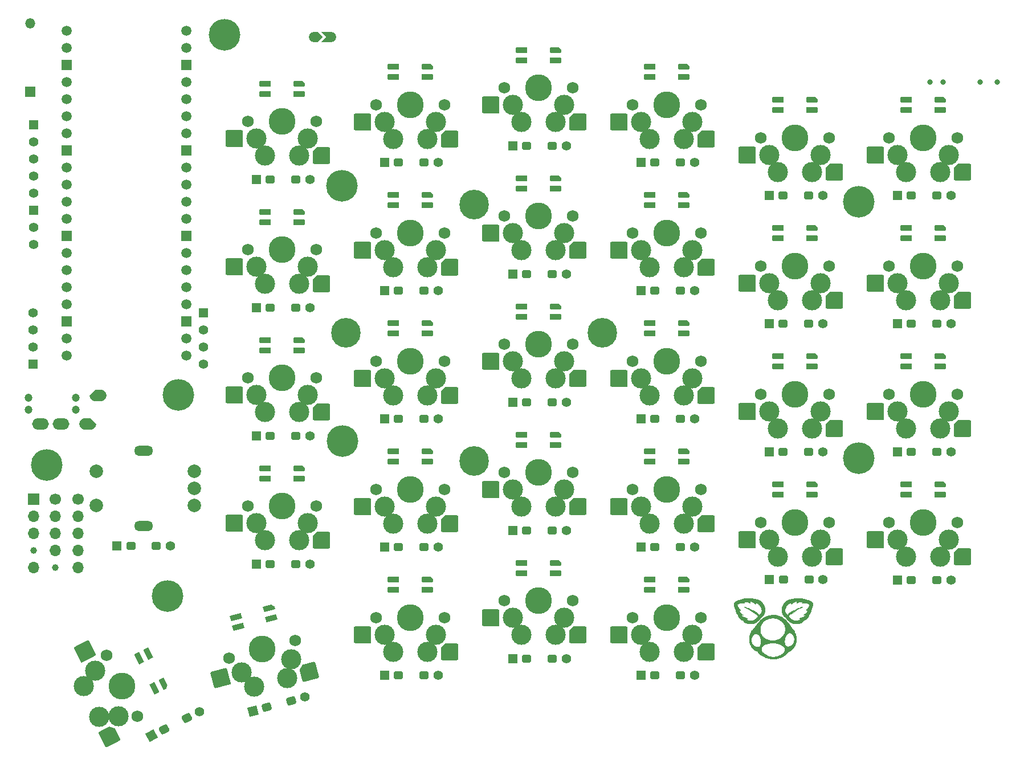
<source format=gts>
G04 #@! TF.GenerationSoftware,KiCad,Pcbnew,9.0.3*
G04 #@! TF.CreationDate,2025-08-18T23:40:16+09:00*
G04 #@! TF.ProjectId,Sofle_Pico,536f666c-655f-4506-9963-6f2e6b696361,v3.5.4*
G04 #@! TF.SameCoordinates,Original*
G04 #@! TF.FileFunction,Soldermask,Top*
G04 #@! TF.FilePolarity,Negative*
%FSLAX46Y46*%
G04 Gerber Fmt 4.6, Leading zero omitted, Abs format (unit mm)*
G04 Created by KiCad (PCBNEW 9.0.3) date 2025-08-18 23:40:16*
%MOMM*%
%LPD*%
G01*
G04 APERTURE LIST*
G04 Aperture macros list*
%AMRoundRect*
0 Rectangle with rounded corners*
0 $1 Rounding radius*
0 $2 $3 $4 $5 $6 $7 $8 $9 X,Y pos of 4 corners*
0 Add a 4 corners polygon primitive as box body*
4,1,4,$2,$3,$4,$5,$6,$7,$8,$9,$2,$3,0*
0 Add four circle primitives for the rounded corners*
1,1,$1+$1,$2,$3*
1,1,$1+$1,$4,$5*
1,1,$1+$1,$6,$7*
1,1,$1+$1,$8,$9*
0 Add four rect primitives between the rounded corners*
20,1,$1+$1,$2,$3,$4,$5,0*
20,1,$1+$1,$4,$5,$6,$7,0*
20,1,$1+$1,$6,$7,$8,$9,0*
20,1,$1+$1,$8,$9,$2,$3,0*%
%AMRotRect*
0 Rectangle, with rotation*
0 The origin of the aperture is its center*
0 $1 length*
0 $2 width*
0 $3 Rotation angle, in degrees counterclockwise*
0 Add horizontal line*
21,1,$1,$2,0,0,$3*%
%AMFreePoly0*
4,1,28,-0.850000,0.400000,-0.842219,0.514750,-0.797860,0.693119,-0.716195,0.857783,-0.601041,1.001041,-0.457783,1.116195,-0.293119,1.197860,-0.114750,1.242219,0.000000,1.250000,0.850000,0.400000,0.850000,-0.400000,0.842219,-0.514750,0.797860,-0.693119,0.716195,-0.857783,0.601041,-1.001041,0.457783,-1.116195,0.293119,-1.197860,0.114750,-1.242219,0.000000,-1.250000,-0.114750,-1.242219,
-0.293119,-1.197860,-0.457783,-1.116195,-0.601041,-1.001041,-0.716195,-0.857783,-0.797860,-0.693119,-0.842219,-0.514750,-0.850000,-0.400000,-0.850000,0.400000,-0.850000,0.400000,$1*%
%AMFreePoly1*
4,1,28,-0.850000,0.400000,-0.842219,0.514750,-0.797860,0.693119,-0.716195,0.857783,-0.601041,1.001041,-0.457783,1.116195,-0.293119,1.197860,-0.114750,1.242219,0.000000,1.250000,0.114750,1.242219,0.293119,1.197860,0.457783,1.116195,0.601041,1.001041,0.716195,0.857783,0.797860,0.693119,0.842219,0.514750,0.850000,0.400000,0.850000,-0.400000,0.000000,-1.250000,-0.114750,-1.242219,
-0.293119,-1.197860,-0.457783,-1.116195,-0.601041,-1.001041,-0.716195,-0.857783,-0.797860,-0.693119,-0.842219,-0.514750,-0.850000,-0.400000,-0.850000,0.400000,-0.850000,0.400000,$1*%
%AMFreePoly2*
4,1,21,-0.750000,0.000000,-0.734505,0.151663,-0.679731,0.316964,-0.588312,0.465177,-0.465177,0.588312,-0.316964,0.679731,-0.151663,0.734505,0.000000,0.750000,0.525000,0.750000,0.750000,0.525000,0.750000,-0.525000,0.525000,-0.750000,0.000000,-0.750000,-0.151663,-0.734505,-0.316964,-0.679731,-0.465177,-0.588312,-0.588312,-0.465177,-0.679731,-0.316964,-0.734505,-0.151663,-0.750000,0.000000,
-0.750000,0.000000,-0.750000,0.000000,$1*%
%AMFreePoly3*
4,1,6,0.500000,-0.750000,0.250000,-0.750000,-0.500000,0.000000,0.250000,0.750000,0.500000,0.750000,0.500000,-0.750000,0.500000,-0.750000,$1*%
%AMFreePoly4*
4,1,6,0.240000,0.000000,0.990000,-0.750000,-0.260000,-0.750000,-0.260000,0.750000,0.990000,0.750000,0.240000,0.000000,0.240000,0.000000,$1*%
%AMFreePoly5*
4,1,20,-0.750000,0.600000,-0.600000,0.750000,0.000000,0.750000,0.151663,0.734505,0.316964,0.679731,0.465177,0.588312,0.588312,0.465177,0.679731,0.316964,0.734505,0.151663,0.750000,0.000000,0.734505,-0.151663,0.679731,-0.316964,0.588312,-0.465177,0.465177,-0.588312,0.316964,-0.679731,0.151663,-0.734505,0.000000,-0.750000,-0.600000,-0.750000,-0.750000,-0.600000,-0.750000,0.600000,
-0.750000,0.600000,$1*%
%AMFreePoly6*
4,1,17,-1.275000,1.008000,-1.255818,1.104436,-1.201191,1.186191,-1.119436,1.240818,-1.023000,1.260000,1.023000,1.260000,1.119436,1.240818,1.201191,1.186191,1.255818,1.104436,1.275000,1.008000,1.275000,-1.260000,-1.023000,-1.260000,-1.119436,-1.240818,-1.201191,-1.186191,-1.255818,-1.104436,-1.275000,-1.008000,-1.275000,1.008000,-1.275000,1.008000,$1*%
%AMFreePoly7*
4,1,18,-1.275000,0.630000,-0.645000,1.260000,1.023000,1.260000,1.119436,1.240818,1.201191,1.186191,1.255818,1.104436,1.275000,1.008000,1.275000,-1.008000,1.255818,-1.104436,1.201191,-1.186191,1.119436,-1.240818,1.023000,-1.260000,-1.023000,-1.260000,-1.119436,-1.240818,-1.201191,-1.186191,-1.255818,-1.104436,-1.275000,-1.008000,-1.275000,0.630000,-1.275000,0.630000,$1*%
%AMFreePoly8*
4,1,13,-0.850000,0.410000,0.727000,0.410000,0.774070,0.400637,0.813974,0.373974,0.840637,0.334070,0.850000,0.287000,0.850000,-0.287000,0.840637,-0.334070,0.813974,-0.373974,0.774070,-0.400637,0.727000,-0.410000,-0.850000,-0.410000,-0.850000,0.410000,-0.850000,0.410000,$1*%
%AMFreePoly9*
4,1,18,-0.850000,0.287000,-0.840637,0.334070,-0.813974,0.373974,-0.774070,0.400637,-0.727000,0.410000,0.727000,0.410000,0.774070,0.400637,0.813974,0.373974,0.840637,0.334070,0.850000,0.287000,0.850000,-0.287000,0.840637,-0.334070,0.813974,-0.373974,0.774070,-0.400637,0.727000,-0.410000,-0.440000,-0.410000,-0.850000,0.000000,-0.850000,0.287000,-0.850000,0.287000,$1*%
G04 Aperture macros list end*
%ADD10C,0.022619*%
%ADD11C,0.000000*%
%ADD12C,1.200000*%
%ADD13FreePoly0,90.000000*%
%ADD14FreePoly1,90.000000*%
%ADD15O,2.500000X1.700000*%
%ADD16C,1.397000*%
%ADD17R,1.397000X1.397000*%
%ADD18O,2.800000X1.500000*%
%ADD19C,2.000000*%
%ADD20C,4.700000*%
%ADD21C,1.000000*%
%ADD22R,1.700000X1.700000*%
%ADD23O,1.700000X1.700000*%
%ADD24FreePoly2,0.000000*%
%ADD25FreePoly3,180.000000*%
%ADD26FreePoly4,180.000000*%
%ADD27FreePoly5,0.000000*%
%ADD28C,1.700000*%
%ADD29R,1.500000X1.500000*%
%ADD30O,1.500000X1.500000*%
%ADD31C,1.500000*%
%ADD32C,4.400000*%
%ADD33C,0.800000*%
%ADD34R,1.400000X1.400000*%
%ADD35RoundRect,0.300000X-0.400000X-0.300000X0.400000X-0.300000X0.400000X0.300000X-0.400000X0.300000X0*%
%ADD36C,1.400000*%
%ADD37RotRect,1.400000X1.400000X27.000000*%
%ADD38RoundRect,0.300000X-0.220205X-0.448898X0.492600X-0.085706X0.220205X0.448898X-0.492600X0.085706X0*%
%ADD39C,1.750000*%
%ADD40C,3.000000*%
%ADD41C,3.987800*%
%ADD42FreePoly6,0.000000*%
%ADD43FreePoly7,0.000000*%
%ADD44FreePoly6,297.000000*%
%ADD45FreePoly7,297.000000*%
%ADD46FreePoly6,15.000000*%
%ADD47FreePoly7,15.000000*%
%ADD48RotRect,1.400000X1.400000X15.000000*%
%ADD49RoundRect,0.300000X-0.308725X-0.393305X0.464016X-0.186250X0.308725X0.393305X-0.464016X0.186250X0*%
%ADD50FreePoly8,180.000000*%
%ADD51FreePoly9,180.000000*%
%ADD52FreePoly8,0.000000*%
%ADD53FreePoly8,195.000000*%
%ADD54FreePoly9,195.000000*%
%ADD55FreePoly8,15.000000*%
%ADD56FreePoly8,117.000000*%
%ADD57FreePoly9,117.000000*%
%ADD58FreePoly8,297.000000*%
G04 APERTURE END LIST*
D10*
X190162952Y-120838632D02*
X190202722Y-120840223D01*
X190242587Y-120842758D01*
X190282502Y-120846252D01*
X190322417Y-120850721D01*
X190362287Y-120856180D01*
X190402063Y-120862646D01*
X190441698Y-120870133D01*
X190481146Y-120878659D01*
X190520359Y-120888238D01*
X190559289Y-120898886D01*
X190597889Y-120910619D01*
X190636113Y-120923453D01*
X190673912Y-120937403D01*
X190711240Y-120952486D01*
X190792192Y-120949029D01*
X190873850Y-120951362D01*
X190955925Y-120959356D01*
X191038127Y-120972884D01*
X191120166Y-120991816D01*
X191201750Y-121016024D01*
X191282591Y-121045379D01*
X191362398Y-121079753D01*
X191440881Y-121119017D01*
X191517749Y-121163042D01*
X191592713Y-121211700D01*
X191665483Y-121264863D01*
X191735767Y-121322401D01*
X191803277Y-121384187D01*
X191867721Y-121450091D01*
X191928810Y-121519985D01*
X191986254Y-121593741D01*
X192039762Y-121671229D01*
X192089045Y-121752321D01*
X192133811Y-121836889D01*
X192173772Y-121924804D01*
X192208636Y-122015938D01*
X192238114Y-122110161D01*
X192261915Y-122207346D01*
X192279750Y-122307364D01*
X192291328Y-122410085D01*
X192296358Y-122515382D01*
X192294552Y-122623126D01*
X192285618Y-122733188D01*
X192269267Y-122845440D01*
X192245208Y-122959754D01*
X192213151Y-123076000D01*
X192195078Y-123121749D01*
X192174813Y-123166461D01*
X192152442Y-123210087D01*
X192128048Y-123252577D01*
X192101715Y-123293883D01*
X192073529Y-123333955D01*
X192043572Y-123372745D01*
X192011929Y-123410203D01*
X191978685Y-123446281D01*
X191943924Y-123480930D01*
X191907730Y-123514101D01*
X191870186Y-123545744D01*
X191831378Y-123575812D01*
X191791389Y-123604254D01*
X191750304Y-123631022D01*
X191708208Y-123656067D01*
X191659371Y-123730262D01*
X191609537Y-123801657D01*
X191558454Y-123870327D01*
X191505866Y-123936345D01*
X191451519Y-123999785D01*
X191395159Y-124060722D01*
X191336532Y-124119230D01*
X191275383Y-124175383D01*
X191211460Y-124229255D01*
X191144506Y-124280920D01*
X191074268Y-124330452D01*
X191000493Y-124377925D01*
X190922925Y-124423414D01*
X190841310Y-124466992D01*
X190755395Y-124508734D01*
X190664925Y-124548713D01*
X190587109Y-124569360D01*
X190497209Y-124585854D01*
X190397198Y-124597720D01*
X190289047Y-124604487D01*
X190174729Y-124605681D01*
X190056213Y-124600828D01*
X189935474Y-124589457D01*
X189814482Y-124571095D01*
X189695209Y-124545267D01*
X189579627Y-124511502D01*
X189523836Y-124491494D01*
X189469708Y-124469325D01*
X189417488Y-124444936D01*
X189367423Y-124418266D01*
X189319760Y-124389256D01*
X189274745Y-124357849D01*
X189232624Y-124323984D01*
X189193645Y-124287603D01*
X189158053Y-124248645D01*
X189126095Y-124207054D01*
X189098017Y-124162768D01*
X189074066Y-124115729D01*
X188998936Y-124087424D01*
X188952783Y-124068510D01*
X188902110Y-124045717D01*
X188847821Y-124018517D01*
X188790820Y-123986379D01*
X188732011Y-123948777D01*
X188672297Y-123905180D01*
X188612583Y-123855059D01*
X188553772Y-123797887D01*
X188524988Y-123766491D01*
X188496769Y-123733134D01*
X188469227Y-123697750D01*
X188442477Y-123660272D01*
X188416630Y-123620634D01*
X188391800Y-123578771D01*
X188368099Y-123534616D01*
X188345641Y-123488103D01*
X188324539Y-123439166D01*
X188304906Y-123387739D01*
X188286855Y-123333756D01*
X188270498Y-123277150D01*
X188233529Y-123241698D01*
X188198785Y-123203232D01*
X188166296Y-123162061D01*
X188136092Y-123118498D01*
X188108203Y-123072852D01*
X188082659Y-123025433D01*
X188059489Y-122976553D01*
X188038724Y-122926521D01*
X188020394Y-122875649D01*
X188004528Y-122824247D01*
X187991157Y-122772625D01*
X187980310Y-122721095D01*
X187972017Y-122669966D01*
X187966309Y-122619548D01*
X187963215Y-122570154D01*
X187962765Y-122522093D01*
X187942818Y-122494142D01*
X187923940Y-122464873D01*
X187906085Y-122434422D01*
X187889208Y-122402925D01*
X187873264Y-122370518D01*
X187858208Y-122337339D01*
X187843994Y-122303524D01*
X187830577Y-122269208D01*
X187805953Y-122199623D01*
X187783973Y-122129675D01*
X187764276Y-122060455D01*
X187746499Y-121993055D01*
X187738037Y-121954155D01*
X187730147Y-121915038D01*
X187723081Y-121875731D01*
X187717093Y-121836256D01*
X187712434Y-121796640D01*
X187710683Y-121776786D01*
X187709359Y-121756905D01*
X187708494Y-121737002D01*
X187708244Y-121723692D01*
X188172183Y-121723692D01*
X188177520Y-121785386D01*
X188187088Y-121844287D01*
X188200489Y-121900455D01*
X188217325Y-121953950D01*
X188237197Y-122004832D01*
X188259707Y-122053161D01*
X188284455Y-122098998D01*
X188311045Y-122142401D01*
X188339076Y-122183432D01*
X188368150Y-122222150D01*
X188427836Y-122292888D01*
X188486913Y-122355096D01*
X188542194Y-122409253D01*
X188590490Y-122455840D01*
X188628614Y-122495337D01*
X188642864Y-122512577D01*
X188653376Y-122528225D01*
X188659751Y-122542340D01*
X188661589Y-122554983D01*
X188658494Y-122566214D01*
X188650065Y-122576093D01*
X188635906Y-122584679D01*
X188615616Y-122592034D01*
X188588798Y-122598216D01*
X188555053Y-122603286D01*
X188465189Y-122610330D01*
X188473409Y-122664351D01*
X188486589Y-122715777D01*
X188504241Y-122764663D01*
X188525884Y-122811061D01*
X188551030Y-122855024D01*
X188579196Y-122896605D01*
X188609898Y-122935857D01*
X188642651Y-122972834D01*
X188676969Y-123007588D01*
X188712369Y-123040172D01*
X188784474Y-123099042D01*
X188855090Y-123149869D01*
X188920339Y-123193077D01*
X189019230Y-123258331D01*
X189034541Y-123270545D01*
X189045118Y-123281225D01*
X189050476Y-123290425D01*
X189050131Y-123298196D01*
X189043598Y-123304593D01*
X189030393Y-123309668D01*
X189010031Y-123313474D01*
X188982027Y-123316064D01*
X188901156Y-123317808D01*
X188783903Y-123315326D01*
X188803771Y-123353452D01*
X188828994Y-123389403D01*
X188859048Y-123423282D01*
X188893412Y-123455191D01*
X188931563Y-123485234D01*
X188972979Y-123513514D01*
X189017137Y-123540132D01*
X189063515Y-123565193D01*
X189160840Y-123611051D01*
X189260777Y-123651910D01*
X189451766Y-123721922D01*
X189534459Y-123752720D01*
X189603047Y-123781809D01*
X189630745Y-123795969D01*
X189653350Y-123810011D01*
X189670338Y-123824037D01*
X189681188Y-123838150D01*
X189685377Y-123852452D01*
X189682382Y-123867047D01*
X189671682Y-123882037D01*
X189652754Y-123897525D01*
X189625075Y-123913614D01*
X189588124Y-123930406D01*
X189541377Y-123948005D01*
X189484312Y-123966513D01*
X189571688Y-124012265D01*
X189665633Y-124054498D01*
X189765455Y-124091760D01*
X189870457Y-124122599D01*
X189979943Y-124145562D01*
X190093219Y-124159196D01*
X190151061Y-124162061D01*
X190209590Y-124162048D01*
X190268718Y-124158978D01*
X190328359Y-124152667D01*
X190388425Y-124142934D01*
X190448831Y-124129598D01*
X190509489Y-124112477D01*
X190570312Y-124091390D01*
X190631213Y-124066155D01*
X190692105Y-124036590D01*
X190752902Y-124002514D01*
X190813516Y-123963745D01*
X190873860Y-123920101D01*
X190933848Y-123871402D01*
X190993393Y-123817465D01*
X191052408Y-123758109D01*
X191110805Y-123693152D01*
X191168498Y-123622413D01*
X191225401Y-123545710D01*
X191281425Y-123462862D01*
X191213127Y-123390432D01*
X191137847Y-123316451D01*
X191055337Y-123240853D01*
X190965349Y-123163571D01*
X190867635Y-123084540D01*
X190761945Y-123003693D01*
X190525645Y-122836286D01*
X190254460Y-122660820D01*
X189946403Y-122476767D01*
X189599486Y-122283595D01*
X189211719Y-122080776D01*
X189369774Y-122134917D01*
X189525801Y-122191356D01*
X189679734Y-122250168D01*
X189831508Y-122311425D01*
X189981055Y-122375200D01*
X190128309Y-122441567D01*
X190273205Y-122510597D01*
X190415675Y-122582363D01*
X190555653Y-122656940D01*
X190693074Y-122734399D01*
X190827870Y-122814815D01*
X190959975Y-122898258D01*
X191089323Y-122984804D01*
X191215847Y-123074524D01*
X191339482Y-123167491D01*
X191460161Y-123263779D01*
X191524969Y-123225880D01*
X191583138Y-123183531D01*
X191634798Y-123137057D01*
X191680080Y-123086787D01*
X191719116Y-123033048D01*
X191752038Y-122976165D01*
X191778977Y-122916467D01*
X191800064Y-122854281D01*
X191815431Y-122789932D01*
X191825209Y-122723750D01*
X191829529Y-122656059D01*
X191828524Y-122587189D01*
X191822324Y-122517464D01*
X191811061Y-122447214D01*
X191794867Y-122376764D01*
X191773872Y-122306441D01*
X191748208Y-122236574D01*
X191718007Y-122167488D01*
X191683400Y-122099510D01*
X191644518Y-122032969D01*
X191601494Y-121968190D01*
X191554457Y-121905502D01*
X191503541Y-121845230D01*
X191448875Y-121787702D01*
X191390593Y-121733245D01*
X191328824Y-121682186D01*
X191263700Y-121634852D01*
X191195354Y-121591570D01*
X191123916Y-121552667D01*
X191049518Y-121518470D01*
X190972290Y-121489307D01*
X190892366Y-121465504D01*
X190896398Y-121509194D01*
X190897757Y-121546016D01*
X190896531Y-121576332D01*
X190892810Y-121600506D01*
X190886682Y-121618901D01*
X190878235Y-121631879D01*
X190867560Y-121639804D01*
X190854744Y-121643039D01*
X190839877Y-121641947D01*
X190823048Y-121636892D01*
X190804344Y-121628236D01*
X190783856Y-121616342D01*
X190737881Y-121584296D01*
X190685834Y-121543657D01*
X190566364Y-121448222D01*
X190500364Y-121399237D01*
X190431135Y-121353279D01*
X190395531Y-121332344D01*
X190359387Y-121313255D01*
X190322791Y-121296375D01*
X190285833Y-121282068D01*
X190248600Y-121270697D01*
X190211182Y-121262624D01*
X190173668Y-121258214D01*
X190136146Y-121257829D01*
X190126148Y-121258454D01*
X190116154Y-121259400D01*
X190106168Y-121260675D01*
X190096190Y-121262282D01*
X190086226Y-121264230D01*
X190076276Y-121266523D01*
X190066345Y-121269167D01*
X190056435Y-121272169D01*
X190091022Y-121356665D01*
X190101238Y-121389812D01*
X190106970Y-121417363D01*
X190108397Y-121439674D01*
X190105694Y-121457099D01*
X190099040Y-121469993D01*
X190088610Y-121478709D01*
X190074582Y-121483603D01*
X190057132Y-121485028D01*
X190036438Y-121483341D01*
X190012676Y-121478894D01*
X189956658Y-121463140D01*
X189890493Y-121440604D01*
X189733384Y-121386530D01*
X189645270Y-121360662D01*
X189552671Y-121339357D01*
X189505131Y-121331300D01*
X189457001Y-121325448D01*
X189408458Y-121322154D01*
X189359677Y-121321773D01*
X189310837Y-121324659D01*
X189262114Y-121331167D01*
X189213685Y-121341651D01*
X189165727Y-121356466D01*
X189228258Y-121428110D01*
X189265898Y-121479471D01*
X189275938Y-121498469D01*
X189280420Y-121513505D01*
X189279566Y-121524947D01*
X189273598Y-121533165D01*
X189262736Y-121538530D01*
X189247203Y-121541409D01*
X189203009Y-121541189D01*
X189068317Y-121527184D01*
X188981365Y-121519309D01*
X188883705Y-121514791D01*
X188777111Y-121516586D01*
X188663356Y-121527650D01*
X188604347Y-121537581D01*
X188544213Y-121550938D01*
X188483175Y-121568089D01*
X188421454Y-121589404D01*
X188359273Y-121615252D01*
X188296853Y-121646003D01*
X188234416Y-121682027D01*
X188172183Y-121723692D01*
X187708244Y-121723692D01*
X187708119Y-121717078D01*
X187708267Y-121697138D01*
X187708969Y-121677183D01*
X187710092Y-121656879D01*
X187712283Y-121636690D01*
X187715523Y-121616661D01*
X187719792Y-121596840D01*
X187725070Y-121577275D01*
X187731339Y-121558012D01*
X187738577Y-121539099D01*
X187746767Y-121520582D01*
X187755887Y-121502509D01*
X187765920Y-121484927D01*
X187776844Y-121467883D01*
X187788642Y-121451424D01*
X187801292Y-121435597D01*
X187814776Y-121420450D01*
X187829074Y-121406029D01*
X187844167Y-121392381D01*
X187887393Y-121358761D01*
X187931848Y-121326854D01*
X187977461Y-121296667D01*
X188024160Y-121268205D01*
X188071875Y-121241476D01*
X188120533Y-121216485D01*
X188170064Y-121193239D01*
X188220396Y-121171745D01*
X188271458Y-121152008D01*
X188323179Y-121134034D01*
X188375487Y-121117831D01*
X188428311Y-121103405D01*
X188481580Y-121090761D01*
X188535223Y-121079907D01*
X188589167Y-121070847D01*
X188643343Y-121063590D01*
X188664976Y-121049746D01*
X188687055Y-121037139D01*
X188709562Y-121025632D01*
X188732477Y-121015087D01*
X188755781Y-121005365D01*
X188779453Y-120996329D01*
X188827825Y-120979759D01*
X188928132Y-120948769D01*
X188979753Y-120932138D01*
X189005862Y-120923055D01*
X189032144Y-120913276D01*
X189070704Y-120901824D01*
X189111040Y-120891543D01*
X189152904Y-120882459D01*
X189196051Y-120874595D01*
X189240235Y-120867973D01*
X189285210Y-120862618D01*
X189330728Y-120858553D01*
X189376546Y-120855801D01*
X189422415Y-120854386D01*
X189468090Y-120854331D01*
X189513325Y-120855660D01*
X189557874Y-120858397D01*
X189601491Y-120862564D01*
X189643929Y-120868186D01*
X189684942Y-120875285D01*
X189724285Y-120883885D01*
X189766608Y-120874139D01*
X189809845Y-120865492D01*
X189853915Y-120857971D01*
X189898735Y-120851603D01*
X189944224Y-120846417D01*
X189990300Y-120842438D01*
X190036882Y-120839696D01*
X190083888Y-120838216D01*
X190123325Y-120837968D01*
X190162952Y-120838632D01*
G36*
X190162952Y-120838632D02*
G01*
X190202722Y-120840223D01*
X190242587Y-120842758D01*
X190282502Y-120846252D01*
X190322417Y-120850721D01*
X190362287Y-120856180D01*
X190402063Y-120862646D01*
X190441698Y-120870133D01*
X190481146Y-120878659D01*
X190520359Y-120888238D01*
X190559289Y-120898886D01*
X190597889Y-120910619D01*
X190636113Y-120923453D01*
X190673912Y-120937403D01*
X190711240Y-120952486D01*
X190792192Y-120949029D01*
X190873850Y-120951362D01*
X190955925Y-120959356D01*
X191038127Y-120972884D01*
X191120166Y-120991816D01*
X191201750Y-121016024D01*
X191282591Y-121045379D01*
X191362398Y-121079753D01*
X191440881Y-121119017D01*
X191517749Y-121163042D01*
X191592713Y-121211700D01*
X191665483Y-121264863D01*
X191735767Y-121322401D01*
X191803277Y-121384187D01*
X191867721Y-121450091D01*
X191928810Y-121519985D01*
X191986254Y-121593741D01*
X192039762Y-121671229D01*
X192089045Y-121752321D01*
X192133811Y-121836889D01*
X192173772Y-121924804D01*
X192208636Y-122015938D01*
X192238114Y-122110161D01*
X192261915Y-122207346D01*
X192279750Y-122307364D01*
X192291328Y-122410085D01*
X192296358Y-122515382D01*
X192294552Y-122623126D01*
X192285618Y-122733188D01*
X192269267Y-122845440D01*
X192245208Y-122959754D01*
X192213151Y-123076000D01*
X192195078Y-123121749D01*
X192174813Y-123166461D01*
X192152442Y-123210087D01*
X192128048Y-123252577D01*
X192101715Y-123293883D01*
X192073529Y-123333955D01*
X192043572Y-123372745D01*
X192011929Y-123410203D01*
X191978685Y-123446281D01*
X191943924Y-123480930D01*
X191907730Y-123514101D01*
X191870186Y-123545744D01*
X191831378Y-123575812D01*
X191791389Y-123604254D01*
X191750304Y-123631022D01*
X191708208Y-123656067D01*
X191659371Y-123730262D01*
X191609537Y-123801657D01*
X191558454Y-123870327D01*
X191505866Y-123936345D01*
X191451519Y-123999785D01*
X191395159Y-124060722D01*
X191336532Y-124119230D01*
X191275383Y-124175383D01*
X191211460Y-124229255D01*
X191144506Y-124280920D01*
X191074268Y-124330452D01*
X191000493Y-124377925D01*
X190922925Y-124423414D01*
X190841310Y-124466992D01*
X190755395Y-124508734D01*
X190664925Y-124548713D01*
X190587109Y-124569360D01*
X190497209Y-124585854D01*
X190397198Y-124597720D01*
X190289047Y-124604487D01*
X190174729Y-124605681D01*
X190056213Y-124600828D01*
X189935474Y-124589457D01*
X189814482Y-124571095D01*
X189695209Y-124545267D01*
X189579627Y-124511502D01*
X189523836Y-124491494D01*
X189469708Y-124469325D01*
X189417488Y-124444936D01*
X189367423Y-124418266D01*
X189319760Y-124389256D01*
X189274745Y-124357849D01*
X189232624Y-124323984D01*
X189193645Y-124287603D01*
X189158053Y-124248645D01*
X189126095Y-124207054D01*
X189098017Y-124162768D01*
X189074066Y-124115729D01*
X188998936Y-124087424D01*
X188952783Y-124068510D01*
X188902110Y-124045717D01*
X188847821Y-124018517D01*
X188790820Y-123986379D01*
X188732011Y-123948777D01*
X188672297Y-123905180D01*
X188612583Y-123855059D01*
X188553772Y-123797887D01*
X188524988Y-123766491D01*
X188496769Y-123733134D01*
X188469227Y-123697750D01*
X188442477Y-123660272D01*
X188416630Y-123620634D01*
X188391800Y-123578771D01*
X188368099Y-123534616D01*
X188345641Y-123488103D01*
X188324539Y-123439166D01*
X188304906Y-123387739D01*
X188286855Y-123333756D01*
X188270498Y-123277150D01*
X188233529Y-123241698D01*
X188198785Y-123203232D01*
X188166296Y-123162061D01*
X188136092Y-123118498D01*
X188108203Y-123072852D01*
X188082659Y-123025433D01*
X188059489Y-122976553D01*
X188038724Y-122926521D01*
X188020394Y-122875649D01*
X188004528Y-122824247D01*
X187991157Y-122772625D01*
X187980310Y-122721095D01*
X187972017Y-122669966D01*
X187966309Y-122619548D01*
X187963215Y-122570154D01*
X187962765Y-122522093D01*
X187942818Y-122494142D01*
X187923940Y-122464873D01*
X187906085Y-122434422D01*
X187889208Y-122402925D01*
X187873264Y-122370518D01*
X187858208Y-122337339D01*
X187843994Y-122303524D01*
X187830577Y-122269208D01*
X187805953Y-122199623D01*
X187783973Y-122129675D01*
X187764276Y-122060455D01*
X187746499Y-121993055D01*
X187738037Y-121954155D01*
X187730147Y-121915038D01*
X187723081Y-121875731D01*
X187717093Y-121836256D01*
X187712434Y-121796640D01*
X187710683Y-121776786D01*
X187709359Y-121756905D01*
X187708494Y-121737002D01*
X187708244Y-121723692D01*
X188172183Y-121723692D01*
X188177520Y-121785386D01*
X188187088Y-121844287D01*
X188200489Y-121900455D01*
X188217325Y-121953950D01*
X188237197Y-122004832D01*
X188259707Y-122053161D01*
X188284455Y-122098998D01*
X188311045Y-122142401D01*
X188339076Y-122183432D01*
X188368150Y-122222150D01*
X188427836Y-122292888D01*
X188486913Y-122355096D01*
X188542194Y-122409253D01*
X188590490Y-122455840D01*
X188628614Y-122495337D01*
X188642864Y-122512577D01*
X188653376Y-122528225D01*
X188659751Y-122542340D01*
X188661589Y-122554983D01*
X188658494Y-122566214D01*
X188650065Y-122576093D01*
X188635906Y-122584679D01*
X188615616Y-122592034D01*
X188588798Y-122598216D01*
X188555053Y-122603286D01*
X188465189Y-122610330D01*
X188473409Y-122664351D01*
X188486589Y-122715777D01*
X188504241Y-122764663D01*
X188525884Y-122811061D01*
X188551030Y-122855024D01*
X188579196Y-122896605D01*
X188609898Y-122935857D01*
X188642651Y-122972834D01*
X188676969Y-123007588D01*
X188712369Y-123040172D01*
X188784474Y-123099042D01*
X188855090Y-123149869D01*
X188920339Y-123193077D01*
X189019230Y-123258331D01*
X189034541Y-123270545D01*
X189045118Y-123281225D01*
X189050476Y-123290425D01*
X189050131Y-123298196D01*
X189043598Y-123304593D01*
X189030393Y-123309668D01*
X189010031Y-123313474D01*
X188982027Y-123316064D01*
X188901156Y-123317808D01*
X188783903Y-123315326D01*
X188803771Y-123353452D01*
X188828994Y-123389403D01*
X188859048Y-123423282D01*
X188893412Y-123455191D01*
X188931563Y-123485234D01*
X188972979Y-123513514D01*
X189017137Y-123540132D01*
X189063515Y-123565193D01*
X189160840Y-123611051D01*
X189260777Y-123651910D01*
X189451766Y-123721922D01*
X189534459Y-123752720D01*
X189603047Y-123781809D01*
X189630745Y-123795969D01*
X189653350Y-123810011D01*
X189670338Y-123824037D01*
X189681188Y-123838150D01*
X189685377Y-123852452D01*
X189682382Y-123867047D01*
X189671682Y-123882037D01*
X189652754Y-123897525D01*
X189625075Y-123913614D01*
X189588124Y-123930406D01*
X189541377Y-123948005D01*
X189484312Y-123966513D01*
X189571688Y-124012265D01*
X189665633Y-124054498D01*
X189765455Y-124091760D01*
X189870457Y-124122599D01*
X189979943Y-124145562D01*
X190093219Y-124159196D01*
X190151061Y-124162061D01*
X190209590Y-124162048D01*
X190268718Y-124158978D01*
X190328359Y-124152667D01*
X190388425Y-124142934D01*
X190448831Y-124129598D01*
X190509489Y-124112477D01*
X190570312Y-124091390D01*
X190631213Y-124066155D01*
X190692105Y-124036590D01*
X190752902Y-124002514D01*
X190813516Y-123963745D01*
X190873860Y-123920101D01*
X190933848Y-123871402D01*
X190993393Y-123817465D01*
X191052408Y-123758109D01*
X191110805Y-123693152D01*
X191168498Y-123622413D01*
X191225401Y-123545710D01*
X191281425Y-123462862D01*
X191213127Y-123390432D01*
X191137847Y-123316451D01*
X191055337Y-123240853D01*
X190965349Y-123163571D01*
X190867635Y-123084540D01*
X190761945Y-123003693D01*
X190525645Y-122836286D01*
X190254460Y-122660820D01*
X189946403Y-122476767D01*
X189599486Y-122283595D01*
X189211719Y-122080776D01*
X189369774Y-122134917D01*
X189525801Y-122191356D01*
X189679734Y-122250168D01*
X189831508Y-122311425D01*
X189981055Y-122375200D01*
X190128309Y-122441567D01*
X190273205Y-122510597D01*
X190415675Y-122582363D01*
X190555653Y-122656940D01*
X190693074Y-122734399D01*
X190827870Y-122814815D01*
X190959975Y-122898258D01*
X191089323Y-122984804D01*
X191215847Y-123074524D01*
X191339482Y-123167491D01*
X191460161Y-123263779D01*
X191524969Y-123225880D01*
X191583138Y-123183531D01*
X191634798Y-123137057D01*
X191680080Y-123086787D01*
X191719116Y-123033048D01*
X191752038Y-122976165D01*
X191778977Y-122916467D01*
X191800064Y-122854281D01*
X191815431Y-122789932D01*
X191825209Y-122723750D01*
X191829529Y-122656059D01*
X191828524Y-122587189D01*
X191822324Y-122517464D01*
X191811061Y-122447214D01*
X191794867Y-122376764D01*
X191773872Y-122306441D01*
X191748208Y-122236574D01*
X191718007Y-122167488D01*
X191683400Y-122099510D01*
X191644518Y-122032969D01*
X191601494Y-121968190D01*
X191554457Y-121905502D01*
X191503541Y-121845230D01*
X191448875Y-121787702D01*
X191390593Y-121733245D01*
X191328824Y-121682186D01*
X191263700Y-121634852D01*
X191195354Y-121591570D01*
X191123916Y-121552667D01*
X191049518Y-121518470D01*
X190972290Y-121489307D01*
X190892366Y-121465504D01*
X190896398Y-121509194D01*
X190897757Y-121546016D01*
X190896531Y-121576332D01*
X190892810Y-121600506D01*
X190886682Y-121618901D01*
X190878235Y-121631879D01*
X190867560Y-121639804D01*
X190854744Y-121643039D01*
X190839877Y-121641947D01*
X190823048Y-121636892D01*
X190804344Y-121628236D01*
X190783856Y-121616342D01*
X190737881Y-121584296D01*
X190685834Y-121543657D01*
X190566364Y-121448222D01*
X190500364Y-121399237D01*
X190431135Y-121353279D01*
X190395531Y-121332344D01*
X190359387Y-121313255D01*
X190322791Y-121296375D01*
X190285833Y-121282068D01*
X190248600Y-121270697D01*
X190211182Y-121262624D01*
X190173668Y-121258214D01*
X190136146Y-121257829D01*
X190126148Y-121258454D01*
X190116154Y-121259400D01*
X190106168Y-121260675D01*
X190096190Y-121262282D01*
X190086226Y-121264230D01*
X190076276Y-121266523D01*
X190066345Y-121269167D01*
X190056435Y-121272169D01*
X190091022Y-121356665D01*
X190101238Y-121389812D01*
X190106970Y-121417363D01*
X190108397Y-121439674D01*
X190105694Y-121457099D01*
X190099040Y-121469993D01*
X190088610Y-121478709D01*
X190074582Y-121483603D01*
X190057132Y-121485028D01*
X190036438Y-121483341D01*
X190012676Y-121478894D01*
X189956658Y-121463140D01*
X189890493Y-121440604D01*
X189733384Y-121386530D01*
X189645270Y-121360662D01*
X189552671Y-121339357D01*
X189505131Y-121331300D01*
X189457001Y-121325448D01*
X189408458Y-121322154D01*
X189359677Y-121321773D01*
X189310837Y-121324659D01*
X189262114Y-121331167D01*
X189213685Y-121341651D01*
X189165727Y-121356466D01*
X189228258Y-121428110D01*
X189265898Y-121479471D01*
X189275938Y-121498469D01*
X189280420Y-121513505D01*
X189279566Y-121524947D01*
X189273598Y-121533165D01*
X189262736Y-121538530D01*
X189247203Y-121541409D01*
X189203009Y-121541189D01*
X189068317Y-121527184D01*
X188981365Y-121519309D01*
X188883705Y-121514791D01*
X188777111Y-121516586D01*
X188663356Y-121527650D01*
X188604347Y-121537581D01*
X188544213Y-121550938D01*
X188483175Y-121568089D01*
X188421454Y-121589404D01*
X188359273Y-121615252D01*
X188296853Y-121646003D01*
X188234416Y-121682027D01*
X188172183Y-121723692D01*
X187708244Y-121723692D01*
X187708119Y-121717078D01*
X187708267Y-121697138D01*
X187708969Y-121677183D01*
X187710092Y-121656879D01*
X187712283Y-121636690D01*
X187715523Y-121616661D01*
X187719792Y-121596840D01*
X187725070Y-121577275D01*
X187731339Y-121558012D01*
X187738577Y-121539099D01*
X187746767Y-121520582D01*
X187755887Y-121502509D01*
X187765920Y-121484927D01*
X187776844Y-121467883D01*
X187788642Y-121451424D01*
X187801292Y-121435597D01*
X187814776Y-121420450D01*
X187829074Y-121406029D01*
X187844167Y-121392381D01*
X187887393Y-121358761D01*
X187931848Y-121326854D01*
X187977461Y-121296667D01*
X188024160Y-121268205D01*
X188071875Y-121241476D01*
X188120533Y-121216485D01*
X188170064Y-121193239D01*
X188220396Y-121171745D01*
X188271458Y-121152008D01*
X188323179Y-121134034D01*
X188375487Y-121117831D01*
X188428311Y-121103405D01*
X188481580Y-121090761D01*
X188535223Y-121079907D01*
X188589167Y-121070847D01*
X188643343Y-121063590D01*
X188664976Y-121049746D01*
X188687055Y-121037139D01*
X188709562Y-121025632D01*
X188732477Y-121015087D01*
X188755781Y-121005365D01*
X188779453Y-120996329D01*
X188827825Y-120979759D01*
X188928132Y-120948769D01*
X188979753Y-120932138D01*
X189005862Y-120923055D01*
X189032144Y-120913276D01*
X189070704Y-120901824D01*
X189111040Y-120891543D01*
X189152904Y-120882459D01*
X189196051Y-120874595D01*
X189240235Y-120867973D01*
X189285210Y-120862618D01*
X189330728Y-120858553D01*
X189376546Y-120855801D01*
X189422415Y-120854386D01*
X189468090Y-120854331D01*
X189513325Y-120855660D01*
X189557874Y-120858397D01*
X189601491Y-120862564D01*
X189643929Y-120868186D01*
X189684942Y-120875285D01*
X189724285Y-120883885D01*
X189766608Y-120874139D01*
X189809845Y-120865492D01*
X189853915Y-120857971D01*
X189898735Y-120851603D01*
X189944224Y-120846417D01*
X189990300Y-120842438D01*
X190036882Y-120839696D01*
X190083888Y-120838216D01*
X190123325Y-120837968D01*
X190162952Y-120838632D01*
G37*
X197016113Y-120838216D02*
X197063119Y-120839696D01*
X197109701Y-120842438D01*
X197155778Y-120846417D01*
X197201267Y-120851603D01*
X197246087Y-120857971D01*
X197290156Y-120865492D01*
X197333393Y-120874139D01*
X197375716Y-120883885D01*
X197415059Y-120875285D01*
X197456072Y-120868186D01*
X197498510Y-120862564D01*
X197542127Y-120858397D01*
X197586676Y-120855660D01*
X197631911Y-120854331D01*
X197677586Y-120854386D01*
X197723456Y-120855801D01*
X197769273Y-120858553D01*
X197814792Y-120862618D01*
X197859766Y-120867973D01*
X197903950Y-120874595D01*
X197947097Y-120882459D01*
X197988962Y-120891543D01*
X198029297Y-120901824D01*
X198067858Y-120913276D01*
X198094139Y-120923055D01*
X198120248Y-120932138D01*
X198171869Y-120948769D01*
X198272176Y-120979759D01*
X198320548Y-120996329D01*
X198344220Y-121005365D01*
X198367524Y-121015087D01*
X198390439Y-121025632D01*
X198412946Y-121037139D01*
X198435026Y-121049746D01*
X198456658Y-121063590D01*
X198510834Y-121070847D01*
X198564779Y-121079907D01*
X198618421Y-121090761D01*
X198671690Y-121103405D01*
X198724514Y-121117831D01*
X198776822Y-121134034D01*
X198828543Y-121152008D01*
X198879605Y-121171745D01*
X198929937Y-121193239D01*
X198979468Y-121216485D01*
X199028126Y-121241476D01*
X199075841Y-121268205D01*
X199122540Y-121296667D01*
X199168153Y-121326854D01*
X199212608Y-121358761D01*
X199255834Y-121392381D01*
X199270926Y-121406029D01*
X199285225Y-121420450D01*
X199298709Y-121435597D01*
X199311359Y-121451424D01*
X199323157Y-121467883D01*
X199334081Y-121484927D01*
X199344114Y-121502509D01*
X199353234Y-121520582D01*
X199361424Y-121539099D01*
X199368662Y-121558012D01*
X199374931Y-121577275D01*
X199380209Y-121596840D01*
X199384478Y-121616661D01*
X199387718Y-121636690D01*
X199389909Y-121656879D01*
X199391032Y-121677183D01*
X199391734Y-121697138D01*
X199391882Y-121717078D01*
X199391507Y-121737002D01*
X199390642Y-121756905D01*
X199389318Y-121776786D01*
X199387567Y-121796640D01*
X199382908Y-121836256D01*
X199376920Y-121875731D01*
X199369854Y-121915038D01*
X199361964Y-121954155D01*
X199353502Y-121993055D01*
X199335725Y-122060455D01*
X199316028Y-122129675D01*
X199294048Y-122199623D01*
X199269424Y-122269208D01*
X199256007Y-122303524D01*
X199241793Y-122337339D01*
X199226737Y-122370518D01*
X199210793Y-122402925D01*
X199193916Y-122434422D01*
X199176062Y-122464873D01*
X199157183Y-122494142D01*
X199137237Y-122522093D01*
X199136787Y-122570154D01*
X199133692Y-122619548D01*
X199127984Y-122669966D01*
X199119691Y-122721095D01*
X199108845Y-122772625D01*
X199095473Y-122824247D01*
X199079607Y-122875649D01*
X199061277Y-122926521D01*
X199040512Y-122976553D01*
X199017342Y-123025433D01*
X198991798Y-123072852D01*
X198963909Y-123118498D01*
X198933705Y-123162061D01*
X198901216Y-123203232D01*
X198866472Y-123241698D01*
X198829503Y-123277150D01*
X198813146Y-123333756D01*
X198795095Y-123387739D01*
X198775461Y-123439166D01*
X198754359Y-123488103D01*
X198731902Y-123534616D01*
X198708201Y-123578771D01*
X198683371Y-123620634D01*
X198657524Y-123660272D01*
X198630774Y-123697750D01*
X198603232Y-123733134D01*
X198575013Y-123766491D01*
X198546229Y-123797887D01*
X198487418Y-123855059D01*
X198427704Y-123905180D01*
X198367990Y-123948777D01*
X198309181Y-123986379D01*
X198252180Y-124018517D01*
X198197891Y-124045717D01*
X198147219Y-124068510D01*
X198101066Y-124087424D01*
X198025935Y-124115729D01*
X198001984Y-124162768D01*
X197973907Y-124207054D01*
X197941948Y-124248645D01*
X197906356Y-124287602D01*
X197867377Y-124323984D01*
X197825256Y-124357849D01*
X197780241Y-124389256D01*
X197732578Y-124418265D01*
X197682513Y-124444935D01*
X197630293Y-124469325D01*
X197576165Y-124491494D01*
X197520374Y-124511501D01*
X197404792Y-124545267D01*
X197285519Y-124571095D01*
X197164527Y-124589457D01*
X197043788Y-124600828D01*
X196925273Y-124605681D01*
X196810954Y-124604487D01*
X196702803Y-124597720D01*
X196602792Y-124585854D01*
X196512892Y-124569360D01*
X196435076Y-124548713D01*
X196344606Y-124508734D01*
X196258691Y-124466992D01*
X196177076Y-124423414D01*
X196099508Y-124377925D01*
X196025733Y-124330452D01*
X195955495Y-124280920D01*
X195888541Y-124229255D01*
X195824617Y-124175383D01*
X195763469Y-124119230D01*
X195704842Y-124060722D01*
X195648482Y-123999785D01*
X195594135Y-123936345D01*
X195541547Y-123870327D01*
X195490463Y-123801657D01*
X195440630Y-123730262D01*
X195391793Y-123656067D01*
X195349696Y-123631022D01*
X195308611Y-123604254D01*
X195268623Y-123575812D01*
X195229815Y-123545744D01*
X195192271Y-123514101D01*
X195156077Y-123480930D01*
X195121315Y-123446281D01*
X195088071Y-123410203D01*
X195056429Y-123372745D01*
X195026472Y-123333955D01*
X194998286Y-123293883D01*
X194971953Y-123252577D01*
X194947559Y-123210087D01*
X194925188Y-123166461D01*
X194904923Y-123121749D01*
X194886850Y-123076000D01*
X194854793Y-122959754D01*
X194830734Y-122845440D01*
X194814383Y-122733188D01*
X194808122Y-122656059D01*
X195270471Y-122656059D01*
X195274791Y-122723750D01*
X195284569Y-122789932D01*
X195299936Y-122854281D01*
X195321023Y-122916467D01*
X195347962Y-122976165D01*
X195380884Y-123033048D01*
X195419920Y-123086787D01*
X195465203Y-123137057D01*
X195516862Y-123183531D01*
X195575031Y-123225880D01*
X195639840Y-123263779D01*
X195760518Y-123167491D01*
X195884153Y-123074524D01*
X196010677Y-122984804D01*
X196140025Y-122898258D01*
X196272130Y-122814815D01*
X196406926Y-122734399D01*
X196544346Y-122656940D01*
X196684325Y-122582363D01*
X196826795Y-122510597D01*
X196971690Y-122441567D01*
X197118945Y-122375200D01*
X197268492Y-122311425D01*
X197420266Y-122250168D01*
X197574199Y-122191356D01*
X197730226Y-122134917D01*
X197888281Y-122080776D01*
X197500514Y-122283595D01*
X197153597Y-122476767D01*
X196845540Y-122660820D01*
X196574356Y-122836286D01*
X196338055Y-123003693D01*
X196232365Y-123084540D01*
X196134651Y-123163571D01*
X196044663Y-123240853D01*
X195962153Y-123316451D01*
X195886873Y-123390432D01*
X195818575Y-123462862D01*
X195874599Y-123545710D01*
X195931502Y-123622413D01*
X195989195Y-123693152D01*
X196047592Y-123758109D01*
X196106607Y-123817465D01*
X196166152Y-123871402D01*
X196226140Y-123920101D01*
X196286485Y-123963745D01*
X196347099Y-124002514D01*
X196407895Y-124036590D01*
X196468788Y-124066155D01*
X196529689Y-124091390D01*
X196590512Y-124112477D01*
X196651169Y-124129598D01*
X196711575Y-124142934D01*
X196771642Y-124152667D01*
X196831283Y-124158978D01*
X196890411Y-124162048D01*
X196948939Y-124162061D01*
X197006781Y-124159196D01*
X197120057Y-124145562D01*
X197229544Y-124122599D01*
X197334545Y-124091760D01*
X197434367Y-124054498D01*
X197528312Y-124012265D01*
X197615687Y-123966513D01*
X197558623Y-123948005D01*
X197511876Y-123930406D01*
X197474924Y-123913614D01*
X197447246Y-123897525D01*
X197428317Y-123882037D01*
X197417617Y-123867047D01*
X197414623Y-123852452D01*
X197418812Y-123838150D01*
X197429662Y-123824037D01*
X197446650Y-123810011D01*
X197469254Y-123795969D01*
X197496952Y-123781809D01*
X197565540Y-123752720D01*
X197648234Y-123721922D01*
X197839223Y-123651910D01*
X197939159Y-123611051D01*
X198036485Y-123565193D01*
X198082863Y-123540132D01*
X198127021Y-123513514D01*
X198168437Y-123485234D01*
X198206588Y-123455191D01*
X198240952Y-123423282D01*
X198271006Y-123389403D01*
X198296229Y-123353452D01*
X198316097Y-123315326D01*
X198198844Y-123317808D01*
X198117973Y-123316064D01*
X198089969Y-123313474D01*
X198069607Y-123309668D01*
X198056402Y-123304593D01*
X198049869Y-123298196D01*
X198049524Y-123290425D01*
X198054882Y-123281225D01*
X198065459Y-123270545D01*
X198080770Y-123258331D01*
X198179661Y-123193077D01*
X198244910Y-123149869D01*
X198315526Y-123099042D01*
X198387631Y-123040172D01*
X198423031Y-123007588D01*
X198457350Y-122972834D01*
X198490102Y-122935857D01*
X198520804Y-122896605D01*
X198548970Y-122855024D01*
X198574117Y-122811061D01*
X198595759Y-122764663D01*
X198613411Y-122715777D01*
X198626591Y-122664351D01*
X198634811Y-122610330D01*
X198544947Y-122603286D01*
X198511202Y-122598216D01*
X198484384Y-122592034D01*
X198464094Y-122584679D01*
X198449934Y-122576093D01*
X198441506Y-122566214D01*
X198438410Y-122554983D01*
X198440249Y-122542340D01*
X198446624Y-122528225D01*
X198457136Y-122512577D01*
X198471386Y-122495337D01*
X198509510Y-122455840D01*
X198557806Y-122409253D01*
X198613087Y-122355096D01*
X198672164Y-122292888D01*
X198731850Y-122222150D01*
X198760924Y-122183432D01*
X198788956Y-122142401D01*
X198815545Y-122098998D01*
X198840293Y-122053161D01*
X198862803Y-122004832D01*
X198882675Y-121953950D01*
X198899511Y-121900455D01*
X198912912Y-121844287D01*
X198922481Y-121785386D01*
X198927817Y-121723692D01*
X198865584Y-121682027D01*
X198803147Y-121646003D01*
X198740727Y-121615252D01*
X198678546Y-121589404D01*
X198616826Y-121568089D01*
X198555788Y-121550938D01*
X198495653Y-121537581D01*
X198436644Y-121527650D01*
X198322889Y-121516586D01*
X198216295Y-121514791D01*
X198118636Y-121519309D01*
X198031683Y-121527184D01*
X197896991Y-121541189D01*
X197852797Y-121541409D01*
X197837264Y-121538530D01*
X197826403Y-121533165D01*
X197820434Y-121524947D01*
X197819580Y-121513505D01*
X197824062Y-121498469D01*
X197834102Y-121479471D01*
X197871742Y-121428110D01*
X197934273Y-121356466D01*
X197886315Y-121341651D01*
X197837886Y-121331167D01*
X197789163Y-121324659D01*
X197740323Y-121321773D01*
X197691542Y-121322154D01*
X197642999Y-121325448D01*
X197594869Y-121331300D01*
X197547329Y-121339357D01*
X197454730Y-121360662D01*
X197366617Y-121386530D01*
X197209507Y-121440604D01*
X197143342Y-121463140D01*
X197087324Y-121478894D01*
X197063562Y-121483341D01*
X197042868Y-121485028D01*
X197025419Y-121483603D01*
X197011390Y-121478709D01*
X197000960Y-121469993D01*
X196994306Y-121457099D01*
X196991603Y-121439674D01*
X196993030Y-121417363D01*
X196998762Y-121389812D01*
X197008977Y-121356665D01*
X197043565Y-121272169D01*
X197033655Y-121269167D01*
X197023724Y-121266523D01*
X197013774Y-121264230D01*
X197003810Y-121262282D01*
X196993832Y-121260675D01*
X196983846Y-121259400D01*
X196973852Y-121258454D01*
X196963854Y-121257829D01*
X196926332Y-121258214D01*
X196888818Y-121262624D01*
X196851400Y-121270697D01*
X196814167Y-121282068D01*
X196777209Y-121296375D01*
X196740613Y-121313255D01*
X196704469Y-121332344D01*
X196668866Y-121353279D01*
X196599636Y-121399237D01*
X196533636Y-121448222D01*
X196414167Y-121543657D01*
X196362119Y-121584296D01*
X196316144Y-121616342D01*
X196295656Y-121628236D01*
X196276953Y-121636892D01*
X196260123Y-121641947D01*
X196245256Y-121643039D01*
X196232440Y-121639804D01*
X196221765Y-121631879D01*
X196213319Y-121618901D01*
X196207190Y-121600506D01*
X196203469Y-121576332D01*
X196202243Y-121546016D01*
X196203602Y-121509194D01*
X196207634Y-121465504D01*
X196127709Y-121489307D01*
X196050482Y-121518470D01*
X195976084Y-121552667D01*
X195904646Y-121591570D01*
X195836299Y-121634852D01*
X195771176Y-121682186D01*
X195709407Y-121733245D01*
X195651124Y-121787702D01*
X195596459Y-121845230D01*
X195545542Y-121905502D01*
X195498506Y-121968190D01*
X195455481Y-122032969D01*
X195416600Y-122099510D01*
X195381993Y-122167488D01*
X195351792Y-122236574D01*
X195326128Y-122306441D01*
X195305133Y-122376764D01*
X195288939Y-122447214D01*
X195277676Y-122517464D01*
X195271476Y-122587189D01*
X195270471Y-122656059D01*
X194808122Y-122656059D01*
X194805449Y-122623126D01*
X194803642Y-122515382D01*
X194808673Y-122410085D01*
X194820251Y-122307364D01*
X194838086Y-122207346D01*
X194861887Y-122110161D01*
X194891365Y-122015938D01*
X194926229Y-121924804D01*
X194966189Y-121836889D01*
X195010956Y-121752321D01*
X195060238Y-121671229D01*
X195113747Y-121593741D01*
X195171190Y-121519985D01*
X195232280Y-121450091D01*
X195296724Y-121384187D01*
X195364234Y-121322402D01*
X195434518Y-121264863D01*
X195507288Y-121211700D01*
X195582252Y-121163042D01*
X195659120Y-121119017D01*
X195737603Y-121079753D01*
X195817410Y-121045379D01*
X195898251Y-121016024D01*
X195979835Y-120991816D01*
X196061874Y-120972884D01*
X196144076Y-120959356D01*
X196226151Y-120951362D01*
X196307810Y-120949029D01*
X196388761Y-120952486D01*
X196426089Y-120937403D01*
X196463888Y-120923453D01*
X196502112Y-120910619D01*
X196540712Y-120898886D01*
X196579642Y-120888238D01*
X196618855Y-120878659D01*
X196658302Y-120870133D01*
X196697938Y-120862646D01*
X196737714Y-120856180D01*
X196777584Y-120850721D01*
X196817499Y-120846252D01*
X196857414Y-120842758D01*
X196897280Y-120840223D01*
X196937050Y-120838632D01*
X196976677Y-120837968D01*
X197016113Y-120838216D01*
G36*
X197016113Y-120838216D02*
G01*
X197063119Y-120839696D01*
X197109701Y-120842438D01*
X197155778Y-120846417D01*
X197201267Y-120851603D01*
X197246087Y-120857971D01*
X197290156Y-120865492D01*
X197333393Y-120874139D01*
X197375716Y-120883885D01*
X197415059Y-120875285D01*
X197456072Y-120868186D01*
X197498510Y-120862564D01*
X197542127Y-120858397D01*
X197586676Y-120855660D01*
X197631911Y-120854331D01*
X197677586Y-120854386D01*
X197723456Y-120855801D01*
X197769273Y-120858553D01*
X197814792Y-120862618D01*
X197859766Y-120867973D01*
X197903950Y-120874595D01*
X197947097Y-120882459D01*
X197988962Y-120891543D01*
X198029297Y-120901824D01*
X198067858Y-120913276D01*
X198094139Y-120923055D01*
X198120248Y-120932138D01*
X198171869Y-120948769D01*
X198272176Y-120979759D01*
X198320548Y-120996329D01*
X198344220Y-121005365D01*
X198367524Y-121015087D01*
X198390439Y-121025632D01*
X198412946Y-121037139D01*
X198435026Y-121049746D01*
X198456658Y-121063590D01*
X198510834Y-121070847D01*
X198564779Y-121079907D01*
X198618421Y-121090761D01*
X198671690Y-121103405D01*
X198724514Y-121117831D01*
X198776822Y-121134034D01*
X198828543Y-121152008D01*
X198879605Y-121171745D01*
X198929937Y-121193239D01*
X198979468Y-121216485D01*
X199028126Y-121241476D01*
X199075841Y-121268205D01*
X199122540Y-121296667D01*
X199168153Y-121326854D01*
X199212608Y-121358761D01*
X199255834Y-121392381D01*
X199270926Y-121406029D01*
X199285225Y-121420450D01*
X199298709Y-121435597D01*
X199311359Y-121451424D01*
X199323157Y-121467883D01*
X199334081Y-121484927D01*
X199344114Y-121502509D01*
X199353234Y-121520582D01*
X199361424Y-121539099D01*
X199368662Y-121558012D01*
X199374931Y-121577275D01*
X199380209Y-121596840D01*
X199384478Y-121616661D01*
X199387718Y-121636690D01*
X199389909Y-121656879D01*
X199391032Y-121677183D01*
X199391734Y-121697138D01*
X199391882Y-121717078D01*
X199391507Y-121737002D01*
X199390642Y-121756905D01*
X199389318Y-121776786D01*
X199387567Y-121796640D01*
X199382908Y-121836256D01*
X199376920Y-121875731D01*
X199369854Y-121915038D01*
X199361964Y-121954155D01*
X199353502Y-121993055D01*
X199335725Y-122060455D01*
X199316028Y-122129675D01*
X199294048Y-122199623D01*
X199269424Y-122269208D01*
X199256007Y-122303524D01*
X199241793Y-122337339D01*
X199226737Y-122370518D01*
X199210793Y-122402925D01*
X199193916Y-122434422D01*
X199176062Y-122464873D01*
X199157183Y-122494142D01*
X199137237Y-122522093D01*
X199136787Y-122570154D01*
X199133692Y-122619548D01*
X199127984Y-122669966D01*
X199119691Y-122721095D01*
X199108845Y-122772625D01*
X199095473Y-122824247D01*
X199079607Y-122875649D01*
X199061277Y-122926521D01*
X199040512Y-122976553D01*
X199017342Y-123025433D01*
X198991798Y-123072852D01*
X198963909Y-123118498D01*
X198933705Y-123162061D01*
X198901216Y-123203232D01*
X198866472Y-123241698D01*
X198829503Y-123277150D01*
X198813146Y-123333756D01*
X198795095Y-123387739D01*
X198775461Y-123439166D01*
X198754359Y-123488103D01*
X198731902Y-123534616D01*
X198708201Y-123578771D01*
X198683371Y-123620634D01*
X198657524Y-123660272D01*
X198630774Y-123697750D01*
X198603232Y-123733134D01*
X198575013Y-123766491D01*
X198546229Y-123797887D01*
X198487418Y-123855059D01*
X198427704Y-123905180D01*
X198367990Y-123948777D01*
X198309181Y-123986379D01*
X198252180Y-124018517D01*
X198197891Y-124045717D01*
X198147219Y-124068510D01*
X198101066Y-124087424D01*
X198025935Y-124115729D01*
X198001984Y-124162768D01*
X197973907Y-124207054D01*
X197941948Y-124248645D01*
X197906356Y-124287602D01*
X197867377Y-124323984D01*
X197825256Y-124357849D01*
X197780241Y-124389256D01*
X197732578Y-124418265D01*
X197682513Y-124444935D01*
X197630293Y-124469325D01*
X197576165Y-124491494D01*
X197520374Y-124511501D01*
X197404792Y-124545267D01*
X197285519Y-124571095D01*
X197164527Y-124589457D01*
X197043788Y-124600828D01*
X196925273Y-124605681D01*
X196810954Y-124604487D01*
X196702803Y-124597720D01*
X196602792Y-124585854D01*
X196512892Y-124569360D01*
X196435076Y-124548713D01*
X196344606Y-124508734D01*
X196258691Y-124466992D01*
X196177076Y-124423414D01*
X196099508Y-124377925D01*
X196025733Y-124330452D01*
X195955495Y-124280920D01*
X195888541Y-124229255D01*
X195824617Y-124175383D01*
X195763469Y-124119230D01*
X195704842Y-124060722D01*
X195648482Y-123999785D01*
X195594135Y-123936345D01*
X195541547Y-123870327D01*
X195490463Y-123801657D01*
X195440630Y-123730262D01*
X195391793Y-123656067D01*
X195349696Y-123631022D01*
X195308611Y-123604254D01*
X195268623Y-123575812D01*
X195229815Y-123545744D01*
X195192271Y-123514101D01*
X195156077Y-123480930D01*
X195121315Y-123446281D01*
X195088071Y-123410203D01*
X195056429Y-123372745D01*
X195026472Y-123333955D01*
X194998286Y-123293883D01*
X194971953Y-123252577D01*
X194947559Y-123210087D01*
X194925188Y-123166461D01*
X194904923Y-123121749D01*
X194886850Y-123076000D01*
X194854793Y-122959754D01*
X194830734Y-122845440D01*
X194814383Y-122733188D01*
X194808122Y-122656059D01*
X195270471Y-122656059D01*
X195274791Y-122723750D01*
X195284569Y-122789932D01*
X195299936Y-122854281D01*
X195321023Y-122916467D01*
X195347962Y-122976165D01*
X195380884Y-123033048D01*
X195419920Y-123086787D01*
X195465203Y-123137057D01*
X195516862Y-123183531D01*
X195575031Y-123225880D01*
X195639840Y-123263779D01*
X195760518Y-123167491D01*
X195884153Y-123074524D01*
X196010677Y-122984804D01*
X196140025Y-122898258D01*
X196272130Y-122814815D01*
X196406926Y-122734399D01*
X196544346Y-122656940D01*
X196684325Y-122582363D01*
X196826795Y-122510597D01*
X196971690Y-122441567D01*
X197118945Y-122375200D01*
X197268492Y-122311425D01*
X197420266Y-122250168D01*
X197574199Y-122191356D01*
X197730226Y-122134917D01*
X197888281Y-122080776D01*
X197500514Y-122283595D01*
X197153597Y-122476767D01*
X196845540Y-122660820D01*
X196574356Y-122836286D01*
X196338055Y-123003693D01*
X196232365Y-123084540D01*
X196134651Y-123163571D01*
X196044663Y-123240853D01*
X195962153Y-123316451D01*
X195886873Y-123390432D01*
X195818575Y-123462862D01*
X195874599Y-123545710D01*
X195931502Y-123622413D01*
X195989195Y-123693152D01*
X196047592Y-123758109D01*
X196106607Y-123817465D01*
X196166152Y-123871402D01*
X196226140Y-123920101D01*
X196286485Y-123963745D01*
X196347099Y-124002514D01*
X196407895Y-124036590D01*
X196468788Y-124066155D01*
X196529689Y-124091390D01*
X196590512Y-124112477D01*
X196651169Y-124129598D01*
X196711575Y-124142934D01*
X196771642Y-124152667D01*
X196831283Y-124158978D01*
X196890411Y-124162048D01*
X196948939Y-124162061D01*
X197006781Y-124159196D01*
X197120057Y-124145562D01*
X197229544Y-124122599D01*
X197334545Y-124091760D01*
X197434367Y-124054498D01*
X197528312Y-124012265D01*
X197615687Y-123966513D01*
X197558623Y-123948005D01*
X197511876Y-123930406D01*
X197474924Y-123913614D01*
X197447246Y-123897525D01*
X197428317Y-123882037D01*
X197417617Y-123867047D01*
X197414623Y-123852452D01*
X197418812Y-123838150D01*
X197429662Y-123824037D01*
X197446650Y-123810011D01*
X197469254Y-123795969D01*
X197496952Y-123781809D01*
X197565540Y-123752720D01*
X197648234Y-123721922D01*
X197839223Y-123651910D01*
X197939159Y-123611051D01*
X198036485Y-123565193D01*
X198082863Y-123540132D01*
X198127021Y-123513514D01*
X198168437Y-123485234D01*
X198206588Y-123455191D01*
X198240952Y-123423282D01*
X198271006Y-123389403D01*
X198296229Y-123353452D01*
X198316097Y-123315326D01*
X198198844Y-123317808D01*
X198117973Y-123316064D01*
X198089969Y-123313474D01*
X198069607Y-123309668D01*
X198056402Y-123304593D01*
X198049869Y-123298196D01*
X198049524Y-123290425D01*
X198054882Y-123281225D01*
X198065459Y-123270545D01*
X198080770Y-123258331D01*
X198179661Y-123193077D01*
X198244910Y-123149869D01*
X198315526Y-123099042D01*
X198387631Y-123040172D01*
X198423031Y-123007588D01*
X198457350Y-122972834D01*
X198490102Y-122935857D01*
X198520804Y-122896605D01*
X198548970Y-122855024D01*
X198574117Y-122811061D01*
X198595759Y-122764663D01*
X198613411Y-122715777D01*
X198626591Y-122664351D01*
X198634811Y-122610330D01*
X198544947Y-122603286D01*
X198511202Y-122598216D01*
X198484384Y-122592034D01*
X198464094Y-122584679D01*
X198449934Y-122576093D01*
X198441506Y-122566214D01*
X198438410Y-122554983D01*
X198440249Y-122542340D01*
X198446624Y-122528225D01*
X198457136Y-122512577D01*
X198471386Y-122495337D01*
X198509510Y-122455840D01*
X198557806Y-122409253D01*
X198613087Y-122355096D01*
X198672164Y-122292888D01*
X198731850Y-122222150D01*
X198760924Y-122183432D01*
X198788956Y-122142401D01*
X198815545Y-122098998D01*
X198840293Y-122053161D01*
X198862803Y-122004832D01*
X198882675Y-121953950D01*
X198899511Y-121900455D01*
X198912912Y-121844287D01*
X198922481Y-121785386D01*
X198927817Y-121723692D01*
X198865584Y-121682027D01*
X198803147Y-121646003D01*
X198740727Y-121615252D01*
X198678546Y-121589404D01*
X198616826Y-121568089D01*
X198555788Y-121550938D01*
X198495653Y-121537581D01*
X198436644Y-121527650D01*
X198322889Y-121516586D01*
X198216295Y-121514791D01*
X198118636Y-121519309D01*
X198031683Y-121527184D01*
X197896991Y-121541189D01*
X197852797Y-121541409D01*
X197837264Y-121538530D01*
X197826403Y-121533165D01*
X197820434Y-121524947D01*
X197819580Y-121513505D01*
X197824062Y-121498469D01*
X197834102Y-121479471D01*
X197871742Y-121428110D01*
X197934273Y-121356466D01*
X197886315Y-121341651D01*
X197837886Y-121331167D01*
X197789163Y-121324659D01*
X197740323Y-121321773D01*
X197691542Y-121322154D01*
X197642999Y-121325448D01*
X197594869Y-121331300D01*
X197547329Y-121339357D01*
X197454730Y-121360662D01*
X197366617Y-121386530D01*
X197209507Y-121440604D01*
X197143342Y-121463140D01*
X197087324Y-121478894D01*
X197063562Y-121483341D01*
X197042868Y-121485028D01*
X197025419Y-121483603D01*
X197011390Y-121478709D01*
X197000960Y-121469993D01*
X196994306Y-121457099D01*
X196991603Y-121439674D01*
X196993030Y-121417363D01*
X196998762Y-121389812D01*
X197008977Y-121356665D01*
X197043565Y-121272169D01*
X197033655Y-121269167D01*
X197023724Y-121266523D01*
X197013774Y-121264230D01*
X197003810Y-121262282D01*
X196993832Y-121260675D01*
X196983846Y-121259400D01*
X196973852Y-121258454D01*
X196963854Y-121257829D01*
X196926332Y-121258214D01*
X196888818Y-121262624D01*
X196851400Y-121270697D01*
X196814167Y-121282068D01*
X196777209Y-121296375D01*
X196740613Y-121313255D01*
X196704469Y-121332344D01*
X196668866Y-121353279D01*
X196599636Y-121399237D01*
X196533636Y-121448222D01*
X196414167Y-121543657D01*
X196362119Y-121584296D01*
X196316144Y-121616342D01*
X196295656Y-121628236D01*
X196276953Y-121636892D01*
X196260123Y-121641947D01*
X196245256Y-121643039D01*
X196232440Y-121639804D01*
X196221765Y-121631879D01*
X196213319Y-121618901D01*
X196207190Y-121600506D01*
X196203469Y-121576332D01*
X196202243Y-121546016D01*
X196203602Y-121509194D01*
X196207634Y-121465504D01*
X196127709Y-121489307D01*
X196050482Y-121518470D01*
X195976084Y-121552667D01*
X195904646Y-121591570D01*
X195836299Y-121634852D01*
X195771176Y-121682186D01*
X195709407Y-121733245D01*
X195651124Y-121787702D01*
X195596459Y-121845230D01*
X195545542Y-121905502D01*
X195498506Y-121968190D01*
X195455481Y-122032969D01*
X195416600Y-122099510D01*
X195381993Y-122167488D01*
X195351792Y-122236574D01*
X195326128Y-122306441D01*
X195305133Y-122376764D01*
X195288939Y-122447214D01*
X195277676Y-122517464D01*
X195271476Y-122587189D01*
X195270471Y-122656059D01*
X194808122Y-122656059D01*
X194805449Y-122623126D01*
X194803642Y-122515382D01*
X194808673Y-122410085D01*
X194820251Y-122307364D01*
X194838086Y-122207346D01*
X194861887Y-122110161D01*
X194891365Y-122015938D01*
X194926229Y-121924804D01*
X194966189Y-121836889D01*
X195010956Y-121752321D01*
X195060238Y-121671229D01*
X195113747Y-121593741D01*
X195171190Y-121519985D01*
X195232280Y-121450091D01*
X195296724Y-121384187D01*
X195364234Y-121322402D01*
X195434518Y-121264863D01*
X195507288Y-121211700D01*
X195582252Y-121163042D01*
X195659120Y-121119017D01*
X195737603Y-121079753D01*
X195817410Y-121045379D01*
X195898251Y-121016024D01*
X195979835Y-120991816D01*
X196061874Y-120972884D01*
X196144076Y-120959356D01*
X196226151Y-120951362D01*
X196307810Y-120949029D01*
X196388761Y-120952486D01*
X196426089Y-120937403D01*
X196463888Y-120923453D01*
X196502112Y-120910619D01*
X196540712Y-120898886D01*
X196579642Y-120888238D01*
X196618855Y-120878659D01*
X196658302Y-120870133D01*
X196697938Y-120862646D01*
X196737714Y-120856180D01*
X196777584Y-120850721D01*
X196817499Y-120846252D01*
X196857414Y-120842758D01*
X196897280Y-120840223D01*
X196937050Y-120838632D01*
X196976677Y-120837968D01*
X197016113Y-120838216D01*
G37*
D11*
G36*
X193502644Y-123288707D02*
G01*
X193730033Y-123304699D01*
X193946063Y-123330821D01*
X194151394Y-123367433D01*
X194250253Y-123389785D01*
X194346686Y-123414896D01*
X194440773Y-123442809D01*
X194532599Y-123473570D01*
X194622245Y-123507224D01*
X194709795Y-123543816D01*
X194795330Y-123583392D01*
X194878933Y-123625995D01*
X194960687Y-123671673D01*
X195040674Y-123720468D01*
X195118978Y-123772428D01*
X195195679Y-123827596D01*
X195270862Y-123886018D01*
X195344608Y-123947739D01*
X195417000Y-124012804D01*
X195488121Y-124081258D01*
X195626880Y-124228513D01*
X195761544Y-124389867D01*
X195892773Y-124565678D01*
X196021230Y-124756308D01*
X196147572Y-124962119D01*
X196262463Y-125078167D01*
X196371280Y-125199661D01*
X196473546Y-125326405D01*
X196568780Y-125458201D01*
X196656505Y-125594854D01*
X196736239Y-125736169D01*
X196807505Y-125881949D01*
X196869823Y-126031997D01*
X196922714Y-126186119D01*
X196965698Y-126344118D01*
X196998297Y-126505798D01*
X197020031Y-126670963D01*
X197030421Y-126839417D01*
X197028988Y-127010964D01*
X197015252Y-127185409D01*
X196988735Y-127362554D01*
X196970639Y-127450108D01*
X196949542Y-127534377D01*
X196925633Y-127615417D01*
X196899098Y-127693285D01*
X196870126Y-127768037D01*
X196838903Y-127839728D01*
X196805617Y-127908416D01*
X196770457Y-127974157D01*
X196733608Y-128037005D01*
X196695260Y-128097019D01*
X196655598Y-128154253D01*
X196614811Y-128208765D01*
X196573087Y-128260610D01*
X196530612Y-128309845D01*
X196487575Y-128356525D01*
X196444162Y-128400708D01*
X196356962Y-128481804D01*
X196270510Y-128553582D01*
X196186307Y-128616491D01*
X196105853Y-128670983D01*
X196030649Y-128717506D01*
X195962194Y-128756509D01*
X195851531Y-128813757D01*
X195798929Y-128886839D01*
X195744245Y-128957001D01*
X195629014Y-129088713D01*
X195506604Y-129209200D01*
X195377779Y-129318768D01*
X195243305Y-129417722D01*
X195103944Y-129506370D01*
X194960463Y-129585018D01*
X194813626Y-129653970D01*
X194664197Y-129713535D01*
X194512942Y-129764018D01*
X194360624Y-129805725D01*
X194208010Y-129838963D01*
X194055863Y-129864037D01*
X193904948Y-129881254D01*
X193756029Y-129890921D01*
X193609872Y-129893342D01*
X193455782Y-129890022D01*
X193298604Y-129879569D01*
X193139162Y-129861670D01*
X192978279Y-129836012D01*
X192816777Y-129802279D01*
X192655479Y-129760160D01*
X192495208Y-129709340D01*
X192336786Y-129649505D01*
X192181035Y-129580341D01*
X192028779Y-129501536D01*
X191880840Y-129412775D01*
X191738041Y-129313744D01*
X191601204Y-129204131D01*
X191535278Y-129145257D01*
X191471152Y-129083620D01*
X191408928Y-129019180D01*
X191348708Y-128951899D01*
X191290596Y-128881737D01*
X191234694Y-128808654D01*
X191117088Y-128751403D01*
X191044336Y-128712396D01*
X190964411Y-128665870D01*
X190878908Y-128611373D01*
X190789420Y-128548458D01*
X190697541Y-128476674D01*
X190613273Y-128402929D01*
X191824129Y-128402929D01*
X191826923Y-128454777D01*
X191835165Y-128506686D01*
X191848644Y-128558541D01*
X191867150Y-128610229D01*
X191890472Y-128661636D01*
X191918399Y-128712648D01*
X191950719Y-128763152D01*
X191987224Y-128813033D01*
X192071939Y-128910472D01*
X192170860Y-129004055D01*
X192282299Y-129092870D01*
X192404572Y-129176008D01*
X192535990Y-129252557D01*
X192674870Y-129321607D01*
X192819524Y-129382246D01*
X192968267Y-129433564D01*
X193119413Y-129474650D01*
X193271275Y-129504593D01*
X193422167Y-129522483D01*
X193570404Y-129527409D01*
X193652458Y-129527302D01*
X193734187Y-129523379D01*
X193815443Y-129515814D01*
X193896075Y-129504781D01*
X193975934Y-129490457D01*
X194054872Y-129473016D01*
X194132737Y-129452634D01*
X194209381Y-129429484D01*
X194284654Y-129403742D01*
X194358406Y-129375584D01*
X194430488Y-129345184D01*
X194500750Y-129312716D01*
X194569043Y-129278357D01*
X194635217Y-129242282D01*
X194699122Y-129204664D01*
X194760609Y-129165680D01*
X194819529Y-129125504D01*
X194875731Y-129084311D01*
X194929066Y-129042276D01*
X194979385Y-128999575D01*
X195026539Y-128956381D01*
X195070376Y-128912872D01*
X195110749Y-128869220D01*
X195147506Y-128825602D01*
X195180500Y-128782191D01*
X195209579Y-128739165D01*
X195234596Y-128696696D01*
X195255399Y-128654961D01*
X195271840Y-128614134D01*
X195283768Y-128574391D01*
X195291035Y-128535905D01*
X195293490Y-128498854D01*
X195291757Y-128454811D01*
X195285982Y-128410796D01*
X195276230Y-128366898D01*
X195262568Y-128323203D01*
X195245061Y-128279799D01*
X195223777Y-128236772D01*
X195170137Y-128152200D01*
X195102175Y-128070186D01*
X195020421Y-127991426D01*
X194925402Y-127916620D01*
X194817647Y-127846464D01*
X194697683Y-127781657D01*
X194566038Y-127722897D01*
X194423242Y-127670880D01*
X194269821Y-127626305D01*
X194106304Y-127589870D01*
X193933218Y-127562272D01*
X193751093Y-127544209D01*
X193560457Y-127536380D01*
X193462371Y-127536913D01*
X193366585Y-127539717D01*
X193273153Y-127544734D01*
X193182127Y-127551910D01*
X193093560Y-127561189D01*
X193007504Y-127572515D01*
X192924012Y-127585832D01*
X192843137Y-127601085D01*
X192764931Y-127618218D01*
X192689447Y-127637174D01*
X192616738Y-127657899D01*
X192546856Y-127680337D01*
X192479855Y-127704432D01*
X192415786Y-127730128D01*
X192354703Y-127757369D01*
X192296658Y-127786100D01*
X192241704Y-127816265D01*
X192189894Y-127847809D01*
X192141280Y-127880675D01*
X192095915Y-127914807D01*
X192053851Y-127950151D01*
X192015142Y-127986651D01*
X191979840Y-128024250D01*
X191947997Y-128062892D01*
X191919667Y-128102523D01*
X191894902Y-128143087D01*
X191873755Y-128184527D01*
X191856278Y-128226789D01*
X191842524Y-128269815D01*
X191832546Y-128313551D01*
X191826397Y-128357941D01*
X191824129Y-128402929D01*
X190613273Y-128402929D01*
X190604866Y-128395572D01*
X190512990Y-128304703D01*
X190423505Y-128203618D01*
X190338007Y-128091866D01*
X190297251Y-128031850D01*
X190258090Y-127968999D01*
X190220722Y-127903256D01*
X190185347Y-127834566D01*
X190152165Y-127762873D01*
X190121374Y-127688120D01*
X190093174Y-127610251D01*
X190067764Y-127529209D01*
X190045344Y-127444940D01*
X190026112Y-127357386D01*
X190009977Y-127269000D01*
X189996697Y-127182247D01*
X189986249Y-127097085D01*
X189983029Y-127061835D01*
X190351617Y-127061835D01*
X190355929Y-127158668D01*
X190361473Y-127208358D01*
X190369439Y-127258833D01*
X190379949Y-127310045D01*
X190393124Y-127361944D01*
X190409087Y-127414484D01*
X190427959Y-127467615D01*
X190449864Y-127521290D01*
X190474923Y-127575460D01*
X190504996Y-127621011D01*
X190535860Y-127664157D01*
X190567450Y-127704928D01*
X190599698Y-127743355D01*
X190632536Y-127779468D01*
X190665899Y-127813297D01*
X190699718Y-127844873D01*
X190733927Y-127874224D01*
X190768459Y-127901383D01*
X190803246Y-127926379D01*
X190838222Y-127949241D01*
X190873320Y-127970001D01*
X190908472Y-127988689D01*
X190943611Y-128005334D01*
X190978671Y-128019968D01*
X191013584Y-128032619D01*
X191048283Y-128043319D01*
X191082702Y-128052097D01*
X191116773Y-128058985D01*
X191150429Y-128064011D01*
X191183603Y-128067206D01*
X191216228Y-128068601D01*
X191248237Y-128068226D01*
X191279563Y-128066110D01*
X191310139Y-128062284D01*
X191339898Y-128056779D01*
X191368772Y-128049624D01*
X191396696Y-128040850D01*
X191423601Y-128030486D01*
X191449420Y-128018564D01*
X191474087Y-128005113D01*
X191497535Y-127990163D01*
X191521137Y-127967486D01*
X191543488Y-127941155D01*
X191564560Y-127911373D01*
X191584326Y-127878346D01*
X191619828Y-127803365D01*
X191649777Y-127717844D01*
X191673954Y-127623410D01*
X191692139Y-127521693D01*
X191704115Y-127414324D01*
X191709663Y-127302931D01*
X191708996Y-127234008D01*
X195289165Y-127234008D01*
X195294713Y-127345401D01*
X195306688Y-127452771D01*
X195324874Y-127554487D01*
X195349051Y-127648921D01*
X195379000Y-127734443D01*
X195396071Y-127773352D01*
X195414503Y-127809423D01*
X195434268Y-127842451D01*
X195455340Y-127872232D01*
X195477691Y-127898563D01*
X195501294Y-127921240D01*
X195524742Y-127936190D01*
X195549409Y-127949641D01*
X195575228Y-127961563D01*
X195602133Y-127971927D01*
X195630056Y-127980701D01*
X195658931Y-127987856D01*
X195688690Y-127993361D01*
X195719266Y-127997187D01*
X195750592Y-127999303D01*
X195782601Y-127999678D01*
X195815226Y-127998283D01*
X195848400Y-127995088D01*
X195882056Y-127990062D01*
X195916127Y-127983174D01*
X195950545Y-127974396D01*
X195985245Y-127963696D01*
X196020158Y-127951044D01*
X196055218Y-127936411D01*
X196090357Y-127919766D01*
X196125509Y-127901078D01*
X196160607Y-127880318D01*
X196195583Y-127857455D01*
X196230370Y-127832460D01*
X196264902Y-127805301D01*
X196299111Y-127775949D01*
X196332930Y-127744374D01*
X196366292Y-127710545D01*
X196399131Y-127674432D01*
X196431379Y-127636005D01*
X196462968Y-127595233D01*
X196493833Y-127552087D01*
X196523906Y-127506537D01*
X196549159Y-127452208D01*
X196571620Y-127398068D01*
X196591372Y-127344180D01*
X196608495Y-127290606D01*
X196623071Y-127237411D01*
X196635183Y-127184657D01*
X196644912Y-127132409D01*
X196652340Y-127080729D01*
X196657550Y-127029681D01*
X196660622Y-126979328D01*
X196661639Y-126929734D01*
X196660682Y-126880962D01*
X196657834Y-126833075D01*
X196653176Y-126786137D01*
X196646790Y-126740211D01*
X196638758Y-126695361D01*
X196629162Y-126651649D01*
X196618083Y-126609140D01*
X196605605Y-126567896D01*
X196591807Y-126527982D01*
X196576773Y-126489459D01*
X196560584Y-126452393D01*
X196543321Y-126416846D01*
X196525068Y-126382881D01*
X196505905Y-126350562D01*
X196485915Y-126319952D01*
X196465179Y-126291116D01*
X196443779Y-126264115D01*
X196421798Y-126239013D01*
X196399316Y-126215875D01*
X196376416Y-126194762D01*
X196353180Y-126175739D01*
X196332731Y-126160325D01*
X196312285Y-126145541D01*
X196291828Y-126131437D01*
X196271346Y-126118061D01*
X196250825Y-126105464D01*
X196230250Y-126093695D01*
X196209609Y-126082804D01*
X196188887Y-126072841D01*
X196168069Y-126063854D01*
X196147143Y-126055894D01*
X196126093Y-126049010D01*
X196104907Y-126043251D01*
X196083569Y-126038668D01*
X196062067Y-126035310D01*
X196040385Y-126033226D01*
X196018511Y-126032466D01*
X196018512Y-126032467D01*
X195990081Y-126033516D01*
X195961279Y-126036942D01*
X195932076Y-126042851D01*
X195902441Y-126051347D01*
X195872347Y-126062537D01*
X195841762Y-126076526D01*
X195810658Y-126093419D01*
X195779004Y-126113322D01*
X195746772Y-126136340D01*
X195713931Y-126162579D01*
X195680453Y-126192144D01*
X195646307Y-126225141D01*
X195611465Y-126261675D01*
X195575895Y-126301852D01*
X195539570Y-126345777D01*
X195502459Y-126393556D01*
X195474545Y-126434787D01*
X195448704Y-126478475D01*
X195424907Y-126524416D01*
X195403128Y-126572407D01*
X195383338Y-126622244D01*
X195365511Y-126673722D01*
X195335635Y-126780790D01*
X195313281Y-126891983D01*
X195298231Y-127005669D01*
X195290265Y-127120221D01*
X195289165Y-127234008D01*
X191708996Y-127234008D01*
X191708563Y-127189144D01*
X191700597Y-127074592D01*
X191685547Y-126960906D01*
X191663193Y-126849713D01*
X191633317Y-126742645D01*
X191595701Y-126641330D01*
X191573921Y-126593339D01*
X191550125Y-126547398D01*
X191524284Y-126503710D01*
X191496371Y-126462479D01*
X191463070Y-126420131D01*
X191429881Y-126381434D01*
X191396832Y-126346271D01*
X191363952Y-126314520D01*
X191331272Y-126286064D01*
X191298820Y-126260782D01*
X191266627Y-126238557D01*
X191234721Y-126219268D01*
X191203132Y-126202796D01*
X191171890Y-126189022D01*
X191141024Y-126177827D01*
X191110563Y-126169091D01*
X191080537Y-126162696D01*
X191050976Y-126158522D01*
X191021909Y-126156450D01*
X190993365Y-126156361D01*
X190993367Y-126156360D01*
X190979301Y-126157022D01*
X190965376Y-126158134D01*
X190951597Y-126159682D01*
X190937967Y-126161652D01*
X190911169Y-126166794D01*
X190885012Y-126173440D01*
X190859525Y-126181472D01*
X190834739Y-126190770D01*
X190810682Y-126201214D01*
X190787385Y-126212685D01*
X190764876Y-126225064D01*
X190743186Y-126238230D01*
X190722344Y-126252065D01*
X190702380Y-126266449D01*
X190683323Y-126281262D01*
X190665202Y-126296386D01*
X190648048Y-126311700D01*
X190631890Y-126327086D01*
X190599491Y-126361768D01*
X190565546Y-126404032D01*
X190531031Y-126453491D01*
X190496923Y-126509759D01*
X190464199Y-126572449D01*
X190433836Y-126641176D01*
X190406811Y-126715553D01*
X190384099Y-126795194D01*
X190366679Y-126879712D01*
X190355526Y-126968721D01*
X190351617Y-127061835D01*
X189983029Y-127061835D01*
X189978611Y-127013474D01*
X189973757Y-126931372D01*
X189971666Y-126850738D01*
X189972313Y-126771532D01*
X189975676Y-126693713D01*
X189981730Y-126617239D01*
X189990453Y-126542070D01*
X190001821Y-126468165D01*
X190015811Y-126395483D01*
X190032398Y-126323983D01*
X190051561Y-126253624D01*
X190073275Y-126184365D01*
X190097517Y-126116165D01*
X190124264Y-126048984D01*
X190153492Y-125982779D01*
X190185177Y-125917512D01*
X190219297Y-125853139D01*
X190294748Y-125726918D01*
X190379655Y-125603787D01*
X190424918Y-125545935D01*
X191656574Y-125545935D01*
X191660968Y-125636517D01*
X191670873Y-125725191D01*
X191686126Y-125811875D01*
X191706566Y-125896485D01*
X191732031Y-125978938D01*
X191762359Y-126059151D01*
X191797388Y-126137041D01*
X191836956Y-126212525D01*
X191880902Y-126285520D01*
X191929063Y-126355942D01*
X191981278Y-126423709D01*
X192037384Y-126488738D01*
X192097220Y-126550944D01*
X192160625Y-126610246D01*
X192227435Y-126666561D01*
X192297489Y-126719804D01*
X192370625Y-126769893D01*
X192446682Y-126816745D01*
X192525497Y-126860277D01*
X192606909Y-126900405D01*
X192690756Y-126937048D01*
X192776875Y-126970120D01*
X192865105Y-126999540D01*
X192955284Y-127025224D01*
X193047251Y-127047090D01*
X193140842Y-127065053D01*
X193235897Y-127079032D01*
X193332254Y-127088942D01*
X193429750Y-127094701D01*
X193528223Y-127096226D01*
X193626288Y-127093062D01*
X193722601Y-127084923D01*
X193817071Y-127071981D01*
X193909605Y-127054407D01*
X194000109Y-127032369D01*
X194088491Y-127006040D01*
X194174658Y-126975590D01*
X194258518Y-126941189D01*
X194339976Y-126903008D01*
X194418941Y-126861217D01*
X194495320Y-126815988D01*
X194569019Y-126767490D01*
X194639946Y-126715895D01*
X194708009Y-126661373D01*
X194773113Y-126604094D01*
X194835166Y-126544229D01*
X194894076Y-126481949D01*
X194949750Y-126417424D01*
X195002094Y-126350825D01*
X195051016Y-126282323D01*
X195096423Y-126212087D01*
X195138222Y-126140290D01*
X195176321Y-126067100D01*
X195210626Y-125992690D01*
X195241044Y-125917229D01*
X195267483Y-125840888D01*
X195289850Y-125763837D01*
X195308052Y-125686248D01*
X195321995Y-125608290D01*
X195331588Y-125530135D01*
X195336738Y-125451953D01*
X195337351Y-125373915D01*
X195333319Y-125296357D01*
X195324678Y-125219579D01*
X195311551Y-125143691D01*
X195294059Y-125068804D01*
X195272325Y-124995030D01*
X195246472Y-124922481D01*
X195216621Y-124851266D01*
X195182895Y-124781497D01*
X195145416Y-124713286D01*
X195104307Y-124646744D01*
X195059690Y-124581982D01*
X195011687Y-124519112D01*
X194960420Y-124458243D01*
X194906013Y-124399489D01*
X194848586Y-124342959D01*
X194788263Y-124288766D01*
X194725166Y-124237020D01*
X194659418Y-124187832D01*
X194591139Y-124141315D01*
X194520454Y-124097578D01*
X194447484Y-124056734D01*
X194372351Y-124018893D01*
X194295178Y-123984167D01*
X194216087Y-123952667D01*
X194135201Y-123924504D01*
X194052642Y-123899789D01*
X193968532Y-123878634D01*
X193882993Y-123861150D01*
X193796148Y-123847448D01*
X193708119Y-123837639D01*
X193619028Y-123831835D01*
X193528999Y-123830146D01*
X193350237Y-123836903D01*
X193262614Y-123844738D01*
X193176286Y-123855542D01*
X193091348Y-123869314D01*
X193007893Y-123886054D01*
X192926014Y-123905760D01*
X192845806Y-123928432D01*
X192767361Y-123954068D01*
X192690774Y-123982667D01*
X192616136Y-124014227D01*
X192543544Y-124048749D01*
X192473088Y-124086231D01*
X192404864Y-124126672D01*
X192338965Y-124170071D01*
X192275483Y-124216426D01*
X192214514Y-124265738D01*
X192156150Y-124318004D01*
X192100484Y-124373223D01*
X192047611Y-124431396D01*
X191997623Y-124492519D01*
X191950615Y-124556594D01*
X191906679Y-124623617D01*
X191865910Y-124693589D01*
X191828401Y-124766509D01*
X191794245Y-124842374D01*
X191763535Y-124921185D01*
X191736367Y-125002940D01*
X191712832Y-125087638D01*
X191693024Y-125175279D01*
X191677037Y-125265860D01*
X191664965Y-125359381D01*
X191657852Y-125453528D01*
X191656574Y-125545935D01*
X190424918Y-125545935D01*
X190473831Y-125483419D01*
X190577091Y-125365487D01*
X190689245Y-125249664D01*
X190810108Y-125135622D01*
X190944027Y-124928034D01*
X191079463Y-124732362D01*
X191217073Y-124548686D01*
X191357513Y-124377086D01*
X191501440Y-124217641D01*
X191649512Y-124070431D01*
X191802384Y-123935535D01*
X191960713Y-123813032D01*
X192125157Y-123703002D01*
X192296373Y-123605524D01*
X192475016Y-123520678D01*
X192661745Y-123448543D01*
X192857215Y-123389199D01*
X193062084Y-123342726D01*
X193277007Y-123309201D01*
X193502644Y-123288706D01*
X193502644Y-123288707D01*
G37*
D12*
X82890000Y-92820000D03*
X89890000Y-92820000D03*
X82890000Y-91070000D03*
X89890000Y-91070000D03*
D13*
X93190000Y-90720000D03*
D14*
X91690000Y-94920000D03*
D15*
X87690000Y-94920000D03*
X84690000Y-94920000D03*
D16*
X83637500Y-58090000D03*
X83637500Y-68250000D03*
X83637500Y-55550000D03*
X83637500Y-65710000D03*
X83637500Y-53010000D03*
X83637500Y-60630000D03*
D17*
X83637500Y-50470000D03*
X83637500Y-63170000D03*
D18*
X100000000Y-110100000D03*
X100000000Y-98900000D03*
D19*
X107500000Y-107000000D03*
X107500000Y-102000000D03*
X107500000Y-104500000D03*
X93000000Y-102000000D03*
X93000000Y-107000000D03*
D20*
X206290000Y-61910000D03*
X206275000Y-100025000D03*
X129440000Y-59510000D03*
X129530000Y-97460000D03*
D21*
X83670000Y-113700000D03*
D22*
X83670000Y-106080000D03*
D23*
X83670000Y-108620000D03*
X83670000Y-111160000D03*
X83670000Y-116240000D03*
D24*
X125314000Y-37463068D03*
D25*
X126164000Y-37463068D03*
D26*
X127334000Y-37463068D03*
D27*
X127854000Y-37463068D03*
D16*
X83570000Y-78430000D03*
X83570000Y-80970000D03*
X83570000Y-83510000D03*
D17*
X83570000Y-86050000D03*
D28*
X90240000Y-106070000D03*
D23*
X90240000Y-108610000D03*
X90240000Y-111150000D03*
X90240000Y-113690000D03*
X90240000Y-116230000D03*
D21*
X86920000Y-116230000D03*
D28*
X86920000Y-106070000D03*
D23*
X86920000Y-108610000D03*
X86920000Y-111150000D03*
X86920000Y-113690000D03*
D29*
X83130000Y-45570000D03*
D30*
X83130000Y-35410000D03*
D31*
X106372500Y-36524865D03*
X106372500Y-39064865D03*
D29*
X106372500Y-41604865D03*
D31*
X106372500Y-44144865D03*
X106372500Y-46684865D03*
X106372500Y-49224865D03*
X106372500Y-51764865D03*
D29*
X106372500Y-54304865D03*
D31*
X106372500Y-56844865D03*
X106372500Y-59384865D03*
X106372500Y-61924865D03*
X106372500Y-64464865D03*
D29*
X106372500Y-67004865D03*
D31*
X106372500Y-69544865D03*
X106372500Y-72084865D03*
X106372500Y-74624865D03*
X106372500Y-77164865D03*
D29*
X106372500Y-79704865D03*
D31*
X106372500Y-82244865D03*
X106372500Y-84784865D03*
X88592500Y-84784865D03*
X88592500Y-82244865D03*
D29*
X88592500Y-79704865D03*
D31*
X88592500Y-77164865D03*
X88592500Y-74624865D03*
X88592500Y-72084865D03*
X88592500Y-69544865D03*
D29*
X88592500Y-67004865D03*
D31*
X88592500Y-64464865D03*
X88592500Y-61924865D03*
X88592500Y-59384865D03*
X88592500Y-56844865D03*
D29*
X88592500Y-54304865D03*
D31*
X88592500Y-51764865D03*
X88592500Y-49224865D03*
X88592500Y-46684865D03*
X88592500Y-44144865D03*
D29*
X88592500Y-41604865D03*
D31*
X88592500Y-39064865D03*
X88592500Y-36524865D03*
D16*
X108910000Y-86050000D03*
X108910000Y-83510000D03*
X108910000Y-80970000D03*
D17*
X108910000Y-78430000D03*
D32*
X130075000Y-81370000D03*
X149125000Y-62320000D03*
X149125000Y-100420000D03*
X168175000Y-81370000D03*
D33*
X216805000Y-44160000D03*
X218805000Y-44160000D03*
X224265000Y-44160000D03*
X226805000Y-44160000D03*
D20*
X103590000Y-120530000D03*
X112010000Y-37117432D03*
X105140000Y-90590000D03*
X85649033Y-101000000D03*
D34*
X116730000Y-58575000D03*
D35*
X118830000Y-58575000D03*
X122630000Y-58575000D03*
D36*
X124730000Y-58575000D03*
D34*
X135780000Y-56075000D03*
D35*
X137880000Y-56075000D03*
X141680000Y-56075000D03*
D36*
X143780000Y-56075000D03*
D34*
X154830000Y-53610000D03*
D35*
X156930000Y-53610000D03*
X160730000Y-53610000D03*
D36*
X162830000Y-53610000D03*
D34*
X173880000Y-56075000D03*
D35*
X175980000Y-56075000D03*
X179780000Y-56075000D03*
D36*
X181880000Y-56075000D03*
D34*
X192930000Y-60975000D03*
D35*
X195030000Y-60975000D03*
X198830000Y-60975000D03*
D36*
X200930000Y-60975000D03*
D34*
X211980000Y-60975000D03*
D35*
X214080000Y-60975000D03*
X217880000Y-60975000D03*
D36*
X219980000Y-60975000D03*
D34*
X116730000Y-96675000D03*
D35*
X118830000Y-96675000D03*
X122630000Y-96675000D03*
D36*
X124730000Y-96675000D03*
D34*
X116730000Y-115725000D03*
D35*
X118830000Y-115725000D03*
X122630000Y-115725000D03*
D36*
X124730000Y-115725000D03*
D34*
X96000000Y-113040000D03*
D35*
X98100000Y-113040000D03*
X101900000Y-113040000D03*
D36*
X104000000Y-113040000D03*
D37*
X101193062Y-141278544D03*
D38*
X103064176Y-140325164D03*
X106450000Y-138600000D03*
D36*
X108321114Y-137646620D03*
D39*
X115470000Y-50000000D03*
X115470000Y-50000000D03*
D40*
X116740000Y-52540000D03*
X118010000Y-55080000D03*
D41*
X120550000Y-50000000D03*
X120550000Y-50000000D03*
D40*
X123090000Y-55080000D03*
X124360000Y-52540000D03*
D39*
X125630000Y-50000000D03*
X125630000Y-50000000D03*
D42*
X113465000Y-52550000D03*
D43*
X126392000Y-55070000D03*
D39*
X153570000Y-45000000D03*
X153570000Y-45000000D03*
D40*
X154840000Y-47540000D03*
X156110000Y-50080000D03*
D41*
X158650000Y-45000000D03*
X158650000Y-45000000D03*
D40*
X161190000Y-50080000D03*
X162460000Y-47540000D03*
D39*
X163730000Y-45000000D03*
X163730000Y-45000000D03*
D42*
X151565000Y-47550000D03*
D43*
X164492000Y-50070000D03*
D39*
X115470000Y-88100000D03*
X115470000Y-88100000D03*
D40*
X116740000Y-90640000D03*
X118010000Y-93180000D03*
D41*
X120550000Y-88100000D03*
X120550000Y-88100000D03*
D40*
X123090000Y-93180000D03*
X124360000Y-90640000D03*
D39*
X125630000Y-88100000D03*
X125630000Y-88100000D03*
D42*
X113465000Y-90650000D03*
D43*
X126392000Y-93170000D03*
D39*
X134520000Y-85600000D03*
X134520000Y-85600000D03*
D40*
X135790000Y-88140000D03*
X137060000Y-90680000D03*
D41*
X139600000Y-85600000D03*
X139600000Y-85600000D03*
D40*
X142140000Y-90680000D03*
X143410000Y-88140000D03*
D39*
X144680000Y-85600000D03*
X144680000Y-85600000D03*
D42*
X132515000Y-88150000D03*
D43*
X145442000Y-90670000D03*
D39*
X153570000Y-102150000D03*
X153570000Y-102150000D03*
D40*
X154840000Y-104690000D03*
X156110000Y-107230000D03*
D41*
X158650000Y-102150000D03*
X158650000Y-102150000D03*
D40*
X161190000Y-107230000D03*
X162460000Y-104690000D03*
D39*
X163730000Y-102150000D03*
X163730000Y-102150000D03*
D42*
X151565000Y-104700000D03*
D43*
X164492000Y-107220000D03*
D39*
X191670000Y-109550000D03*
X191670000Y-109550000D03*
D40*
X192940000Y-112090000D03*
X194210000Y-114630000D03*
D41*
X196750000Y-109550000D03*
X196750000Y-109550000D03*
D40*
X199290000Y-114630000D03*
X200560000Y-112090000D03*
D39*
X201830000Y-109550000D03*
X201830000Y-109550000D03*
D42*
X189665000Y-112100000D03*
D43*
X202592000Y-114620000D03*
D39*
X94489474Y-129314496D03*
X94489474Y-129314496D03*
D40*
X92802886Y-131599210D03*
X91116297Y-133883924D03*
D41*
X96795746Y-133840809D03*
X96795746Y-133840809D03*
D40*
X93422569Y-138410237D03*
X96262293Y-138388680D03*
D39*
X99102018Y-138367122D03*
X99102018Y-138367122D03*
D44*
X91307157Y-128685704D03*
D45*
X94930555Y-141347801D03*
D39*
X112693097Y-129714801D03*
X112693097Y-129714801D03*
D40*
X114577223Y-131839552D03*
X116461349Y-133964304D03*
D41*
X117600000Y-128400000D03*
X117600000Y-128400000D03*
D40*
X121368252Y-132649503D03*
X121937578Y-129867351D03*
D39*
X122506903Y-127085199D03*
X122506903Y-127085199D03*
D46*
X111416404Y-132696844D03*
D47*
X124555151Y-131785223D03*
D39*
X210720000Y-71450000D03*
X210720000Y-71450000D03*
D40*
X211990000Y-73990000D03*
X213260000Y-76530000D03*
D41*
X215800000Y-71450000D03*
X215800000Y-71450000D03*
D40*
X218340000Y-76530000D03*
X219610000Y-73990000D03*
D39*
X220880000Y-71450000D03*
X220880000Y-71450000D03*
D42*
X208715000Y-74000000D03*
D43*
X221642000Y-76520000D03*
D39*
X210720000Y-90500000D03*
X210720000Y-90500000D03*
D40*
X211990000Y-93040000D03*
X213260000Y-95580000D03*
D41*
X215800000Y-90500000D03*
X215800000Y-90500000D03*
D40*
X218340000Y-95580000D03*
X219610000Y-93040000D03*
D39*
X220880000Y-90500000D03*
X220880000Y-90500000D03*
D42*
X208715000Y-93050000D03*
D43*
X221642000Y-95570000D03*
D39*
X210720000Y-109550000D03*
X210720000Y-109550000D03*
D40*
X211990000Y-112090000D03*
X213260000Y-114630000D03*
D41*
X215800000Y-109550000D03*
X215800000Y-109550000D03*
D40*
X218340000Y-114630000D03*
X219610000Y-112090000D03*
D39*
X220880000Y-109550000D03*
X220880000Y-109550000D03*
D42*
X208715000Y-112100000D03*
D43*
X221642000Y-114620000D03*
D39*
X172620000Y-47500000D03*
X172620000Y-47500000D03*
D40*
X173890000Y-50040000D03*
X175160000Y-52580000D03*
D41*
X177700000Y-47500000D03*
X177700000Y-47500000D03*
D40*
X180240000Y-52580000D03*
X181510000Y-50040000D03*
D39*
X182780000Y-47500000D03*
X182780000Y-47500000D03*
D42*
X170615000Y-50050000D03*
D43*
X183542000Y-52570000D03*
D34*
X116730000Y-77675000D03*
D35*
X118830000Y-77675000D03*
X122630000Y-77675000D03*
D36*
X124730000Y-77675000D03*
D34*
X135780000Y-75125000D03*
D35*
X137880000Y-75125000D03*
X141680000Y-75125000D03*
D36*
X143780000Y-75125000D03*
D34*
X154830000Y-72625000D03*
D35*
X156930000Y-72625000D03*
X160730000Y-72625000D03*
D36*
X162830000Y-72625000D03*
D34*
X173880000Y-75125000D03*
D35*
X175980000Y-75125000D03*
X179780000Y-75125000D03*
D36*
X181880000Y-75125000D03*
D34*
X192930000Y-80025000D03*
D35*
X195030000Y-80025000D03*
X198830000Y-80025000D03*
D36*
X200930000Y-80025000D03*
D34*
X211980000Y-80025000D03*
D35*
X214080000Y-80025000D03*
X217880000Y-80025000D03*
D36*
X219980000Y-80025000D03*
D39*
X191670000Y-52400000D03*
X191670000Y-52400000D03*
D40*
X192940000Y-54940000D03*
X194210000Y-57480000D03*
D41*
X196750000Y-52400000D03*
X196750000Y-52400000D03*
D40*
X199290000Y-57480000D03*
X200560000Y-54940000D03*
D39*
X201830000Y-52400000D03*
X201830000Y-52400000D03*
D42*
X189665000Y-54950000D03*
D43*
X202592000Y-57470000D03*
D39*
X134520000Y-66550000D03*
X134520000Y-66550000D03*
D40*
X135790000Y-69090000D03*
X137060000Y-71630000D03*
D41*
X139600000Y-66550000D03*
X139600000Y-66550000D03*
D40*
X142140000Y-71630000D03*
X143410000Y-69090000D03*
D39*
X144680000Y-66550000D03*
X144680000Y-66550000D03*
D42*
X132515000Y-69100000D03*
D43*
X145442000Y-71620000D03*
D39*
X172620000Y-66550000D03*
X172620000Y-66550000D03*
D40*
X173890000Y-69090000D03*
X175160000Y-71630000D03*
D41*
X177700000Y-66550000D03*
X177700000Y-66550000D03*
D40*
X180240000Y-71630000D03*
X181510000Y-69090000D03*
D39*
X182780000Y-66550000D03*
X182780000Y-66550000D03*
D42*
X170615000Y-69100000D03*
D43*
X183542000Y-71620000D03*
D39*
X153570000Y-64050000D03*
X153570000Y-64050000D03*
D40*
X154840000Y-66590000D03*
X156110000Y-69130000D03*
D41*
X158650000Y-64050000D03*
X158650000Y-64050000D03*
D40*
X161190000Y-69130000D03*
X162460000Y-66590000D03*
D39*
X163730000Y-64050000D03*
X163730000Y-64050000D03*
D42*
X151565000Y-66600000D03*
D43*
X164492000Y-69120000D03*
D39*
X172620000Y-85600000D03*
X172620000Y-85600000D03*
D40*
X173890000Y-88140000D03*
X175160000Y-90680000D03*
D41*
X177700000Y-85600000D03*
X177700000Y-85600000D03*
D40*
X180240000Y-90680000D03*
X181510000Y-88140000D03*
D39*
X182780000Y-85600000D03*
X182780000Y-85600000D03*
D42*
X170615000Y-88150000D03*
D43*
X183542000Y-90670000D03*
D39*
X210720000Y-52400000D03*
X210720000Y-52400000D03*
D40*
X211990000Y-54940000D03*
X213260000Y-57480000D03*
D41*
X215800000Y-52400000D03*
X215800000Y-52400000D03*
D40*
X218340000Y-57480000D03*
X219610000Y-54940000D03*
D39*
X220880000Y-52400000D03*
X220880000Y-52400000D03*
D42*
X208715000Y-54950000D03*
D43*
X221642000Y-57470000D03*
D39*
X115470000Y-69050000D03*
X115470000Y-69050000D03*
D40*
X116740000Y-71590000D03*
X118010000Y-74130000D03*
D41*
X120550000Y-69050000D03*
X120550000Y-69050000D03*
D40*
X123090000Y-74130000D03*
X124360000Y-71590000D03*
D39*
X125630000Y-69050000D03*
X125630000Y-69050000D03*
D42*
X113465000Y-71600000D03*
D43*
X126392000Y-74120000D03*
D39*
X172620000Y-123700000D03*
X172620000Y-123700000D03*
D40*
X173890000Y-126240000D03*
X175160000Y-128780000D03*
D41*
X177700000Y-123700000D03*
X177700000Y-123700000D03*
D40*
X180240000Y-128780000D03*
X181510000Y-126240000D03*
D39*
X182780000Y-123700000D03*
X182780000Y-123700000D03*
D42*
X170615000Y-126250000D03*
D43*
X183542000Y-128770000D03*
D39*
X191670000Y-71450000D03*
X191670000Y-71450000D03*
D40*
X192940000Y-73990000D03*
X194210000Y-76530000D03*
D41*
X196750000Y-71450000D03*
X196750000Y-71450000D03*
D40*
X199290000Y-76530000D03*
X200560000Y-73990000D03*
D39*
X201830000Y-71450000D03*
X201830000Y-71450000D03*
D42*
X189665000Y-74000000D03*
D43*
X202592000Y-76520000D03*
D39*
X172620000Y-104650000D03*
X172620000Y-104650000D03*
D40*
X173890000Y-107190000D03*
X175160000Y-109730000D03*
D41*
X177700000Y-104650000D03*
X177700000Y-104650000D03*
D40*
X180240000Y-109730000D03*
X181510000Y-107190000D03*
D39*
X182780000Y-104650000D03*
X182780000Y-104650000D03*
D42*
X170615000Y-107200000D03*
D43*
X183542000Y-109720000D03*
D39*
X191670000Y-90500000D03*
X191670000Y-90500000D03*
D40*
X192940000Y-93040000D03*
X194210000Y-95580000D03*
D41*
X196750000Y-90500000D03*
X196750000Y-90500000D03*
D40*
X199290000Y-95580000D03*
X200560000Y-93040000D03*
D39*
X201830000Y-90500000D03*
X201830000Y-90500000D03*
D42*
X189665000Y-93050000D03*
D43*
X202592000Y-95570000D03*
D39*
X153570000Y-121200000D03*
X153570000Y-121200000D03*
D40*
X154840000Y-123740000D03*
X156110000Y-126280000D03*
D41*
X158650000Y-121200000D03*
X158650000Y-121200000D03*
D40*
X161190000Y-126280000D03*
X162460000Y-123740000D03*
D39*
X163730000Y-121200000D03*
X163730000Y-121200000D03*
D42*
X151565000Y-123750000D03*
D43*
X164492000Y-126270000D03*
D39*
X153570000Y-83100000D03*
X153570000Y-83100000D03*
D40*
X154840000Y-85640000D03*
X156110000Y-88180000D03*
D41*
X158650000Y-83100000D03*
X158650000Y-83100000D03*
D40*
X161190000Y-88180000D03*
X162460000Y-85640000D03*
D39*
X163730000Y-83100000D03*
X163730000Y-83100000D03*
D42*
X151565000Y-85650000D03*
D43*
X164492000Y-88170000D03*
D39*
X134520000Y-47500000D03*
X134520000Y-47500000D03*
D40*
X135790000Y-50040000D03*
X137060000Y-52580000D03*
D41*
X139600000Y-47500000D03*
X139600000Y-47500000D03*
D40*
X142140000Y-52580000D03*
X143410000Y-50040000D03*
D39*
X144680000Y-47500000D03*
X144680000Y-47500000D03*
D42*
X132515000Y-50050000D03*
D43*
X145442000Y-52570000D03*
D48*
X116221038Y-137567032D03*
D49*
X118249482Y-137023512D03*
X121920000Y-136040000D03*
D36*
X123948444Y-135496480D03*
D39*
X134520000Y-104650000D03*
X134520000Y-104650000D03*
D40*
X135790000Y-107190000D03*
X137060000Y-109730000D03*
D41*
X139600000Y-104650000D03*
X139600000Y-104650000D03*
D40*
X142140000Y-109730000D03*
X143410000Y-107190000D03*
D39*
X144680000Y-104650000D03*
X144680000Y-104650000D03*
D42*
X132515000Y-107200000D03*
D43*
X145442000Y-109720000D03*
D34*
X154830000Y-91675000D03*
D35*
X156930000Y-91675000D03*
X160730000Y-91675000D03*
D36*
X162830000Y-91675000D03*
D34*
X192930000Y-99075000D03*
D35*
X195030000Y-99075000D03*
X198830000Y-99075000D03*
D36*
X200930000Y-99075000D03*
D34*
X211980000Y-99075000D03*
D35*
X214080000Y-99075000D03*
X217880000Y-99075000D03*
D36*
X219980000Y-99075000D03*
D34*
X135780000Y-132275000D03*
D35*
X137880000Y-132275000D03*
X141680000Y-132275000D03*
D36*
X143780000Y-132275000D03*
D34*
X154830000Y-129775000D03*
D35*
X156930000Y-129775000D03*
X160730000Y-129775000D03*
D36*
X162830000Y-129775000D03*
D34*
X211980000Y-118125000D03*
D35*
X214080000Y-118125000D03*
X217880000Y-118125000D03*
D36*
X219980000Y-118125000D03*
D34*
X135780000Y-113225000D03*
D35*
X137880000Y-113225000D03*
X141680000Y-113225000D03*
D36*
X143780000Y-113225000D03*
D34*
X154830000Y-110725000D03*
D35*
X156930000Y-110725000D03*
X160730000Y-110725000D03*
D36*
X162830000Y-110725000D03*
D34*
X173880000Y-113225000D03*
D35*
X175980000Y-113225000D03*
X179780000Y-113225000D03*
D36*
X181880000Y-113225000D03*
D34*
X192962500Y-118010000D03*
D35*
X195062500Y-118010000D03*
X198862500Y-118010000D03*
D36*
X200962500Y-118010000D03*
D34*
X135780000Y-94175000D03*
D35*
X137880000Y-94175000D03*
X141680000Y-94175000D03*
D36*
X143780000Y-94175000D03*
D34*
X173880000Y-132275000D03*
D35*
X175980000Y-132275000D03*
X179780000Y-132275000D03*
D36*
X181880000Y-132275000D03*
D39*
X134520000Y-123700000D03*
X134520000Y-123700000D03*
D40*
X135790000Y-126240000D03*
X137060000Y-128780000D03*
D41*
X139600000Y-123700000D03*
X139600000Y-123700000D03*
D40*
X142140000Y-128780000D03*
X143410000Y-126240000D03*
D39*
X144680000Y-123700000D03*
X144680000Y-123700000D03*
D42*
X132515000Y-126250000D03*
D43*
X145442000Y-128770000D03*
D50*
X137045000Y-43380000D03*
X137045000Y-41880000D03*
D51*
X142145000Y-41880000D03*
D52*
X142145000Y-43380000D03*
D53*
X114065725Y-125081668D03*
X113677496Y-123632780D03*
D54*
X118603718Y-122312802D03*
D55*
X118991947Y-123761691D03*
D50*
X194195000Y-86380000D03*
X194195000Y-84880000D03*
D51*
X199295000Y-84880000D03*
D52*
X199295000Y-86380000D03*
D56*
X99306748Y-129693847D03*
X100643257Y-129012861D03*
D57*
X102958609Y-133556994D03*
D58*
X101622099Y-134237980D03*
D50*
X194195000Y-67330000D03*
X194195000Y-65830000D03*
D51*
X199295000Y-65830000D03*
D52*
X199295000Y-67330000D03*
D50*
X194195000Y-48280000D03*
X194195000Y-46780000D03*
D51*
X199295000Y-46780000D03*
D52*
X199295000Y-48280000D03*
D50*
X194195000Y-105430000D03*
X194195000Y-103930000D03*
D51*
X199295000Y-103930000D03*
D52*
X199295000Y-105430000D03*
D50*
X137045000Y-62430000D03*
X137045000Y-60930000D03*
D51*
X142145000Y-60930000D03*
D52*
X142145000Y-62430000D03*
D50*
X175145000Y-100530000D03*
X175145000Y-99030000D03*
D51*
X180245000Y-99030000D03*
D52*
X180245000Y-100530000D03*
D50*
X156095000Y-98030000D03*
X156095000Y-96530000D03*
D51*
X161195000Y-96530000D03*
D52*
X161195000Y-98030000D03*
D50*
X213245000Y-86380000D03*
X213245000Y-84880000D03*
D51*
X218345000Y-84880000D03*
D52*
X218345000Y-86380000D03*
D34*
X173880000Y-94175000D03*
D35*
X175980000Y-94175000D03*
X179780000Y-94175000D03*
D36*
X181880000Y-94175000D03*
D50*
X117995000Y-83980000D03*
X117995000Y-82480000D03*
D51*
X123095000Y-82480000D03*
D52*
X123095000Y-83980000D03*
D50*
X175145000Y-62430000D03*
X175145000Y-60930000D03*
D51*
X180245000Y-60930000D03*
D52*
X180245000Y-62430000D03*
D50*
X137045000Y-100530000D03*
X137045000Y-99030000D03*
D51*
X142145000Y-99030000D03*
D52*
X142145000Y-100530000D03*
D50*
X213245000Y-48280000D03*
X213245000Y-46780000D03*
D51*
X218345000Y-46780000D03*
D52*
X218345000Y-48280000D03*
D50*
X117995000Y-45880000D03*
X117995000Y-44380000D03*
D51*
X123095000Y-44380000D03*
D52*
X123095000Y-45880000D03*
D50*
X156095000Y-40880000D03*
X156095000Y-39380000D03*
D51*
X161195000Y-39380000D03*
D52*
X161195000Y-40880000D03*
D50*
X156095000Y-117080000D03*
X156095000Y-115580000D03*
D51*
X161195000Y-115580000D03*
D52*
X161195000Y-117080000D03*
D50*
X156095000Y-59930000D03*
X156095000Y-58430000D03*
D51*
X161195000Y-58430000D03*
D52*
X161195000Y-59930000D03*
D50*
X137045000Y-119580000D03*
X137045000Y-118080000D03*
D51*
X142145000Y-118080000D03*
D52*
X142145000Y-119580000D03*
D50*
X117995000Y-64930000D03*
X117995000Y-63430000D03*
D51*
X123095000Y-63430000D03*
D52*
X123095000Y-64930000D03*
D50*
X175145000Y-43380000D03*
X175145000Y-41880000D03*
D51*
X180245000Y-41880000D03*
D52*
X180245000Y-43380000D03*
D50*
X117995000Y-103030000D03*
X117995000Y-101530000D03*
D51*
X123095000Y-101530000D03*
D52*
X123095000Y-103030000D03*
D50*
X175145000Y-81480000D03*
X175145000Y-79980000D03*
D51*
X180245000Y-79980000D03*
D52*
X180245000Y-81480000D03*
D50*
X137045000Y-81480000D03*
X137045000Y-79980000D03*
D51*
X142145000Y-79980000D03*
D52*
X142145000Y-81480000D03*
D50*
X156095000Y-78980000D03*
X156095000Y-77480000D03*
D51*
X161195000Y-77480000D03*
D52*
X161195000Y-78980000D03*
D50*
X213245000Y-67330000D03*
X213245000Y-65830000D03*
D51*
X218345000Y-65830000D03*
D52*
X218345000Y-67330000D03*
D39*
X115470000Y-107150000D03*
X115470000Y-107150000D03*
D40*
X116740000Y-109690000D03*
X118010000Y-112230000D03*
D41*
X120550000Y-107150000D03*
X120550000Y-107150000D03*
D40*
X123090000Y-112230000D03*
X124360000Y-109690000D03*
D39*
X125630000Y-107150000D03*
X125630000Y-107150000D03*
D42*
X113465000Y-109700000D03*
D43*
X126392000Y-112220000D03*
D50*
X213245000Y-105430000D03*
X213245000Y-103930000D03*
D51*
X218345000Y-103930000D03*
D52*
X218345000Y-105430000D03*
D50*
X175145000Y-119580000D03*
X175145000Y-118080000D03*
D51*
X180245000Y-118080000D03*
D52*
X180245000Y-119580000D03*
M02*

</source>
